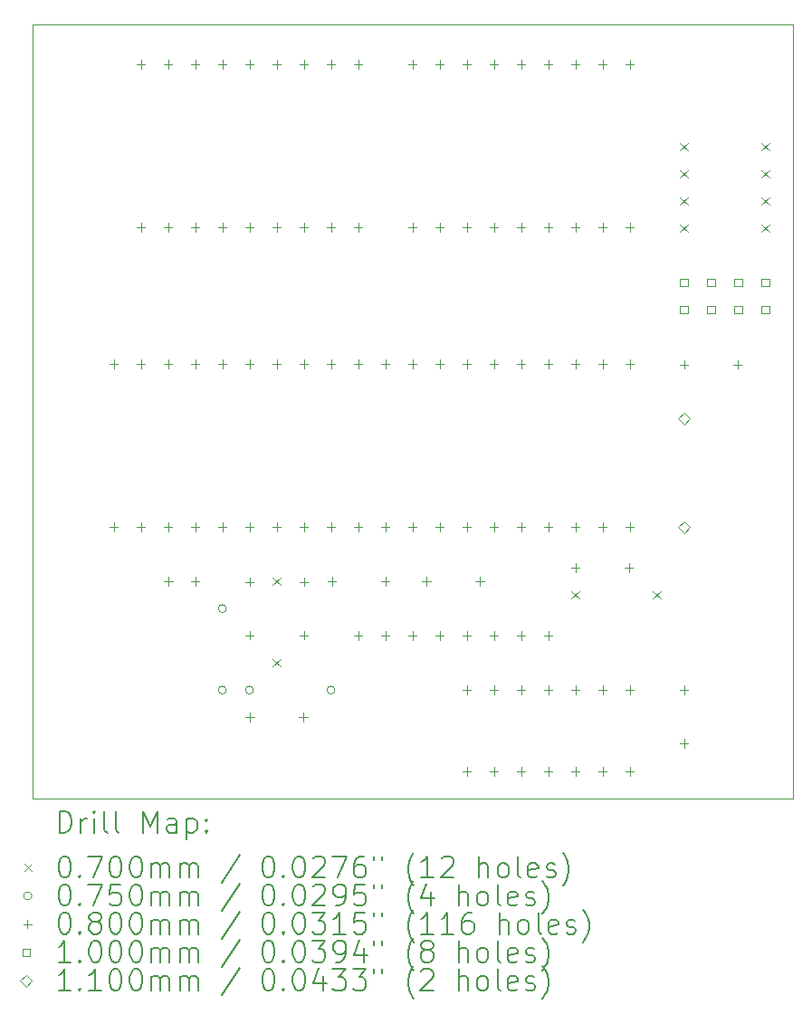
<source format=gbr>
%TF.GenerationSoftware,KiCad,Pcbnew,7.0.8*%
%TF.CreationDate,2023-11-30T19:20:53+00:00*%
%TF.ProjectId,mainboard,6d61696e-626f-4617-9264-2e6b69636164,rev?*%
%TF.SameCoordinates,Original*%
%TF.FileFunction,Drillmap*%
%TF.FilePolarity,Positive*%
%FSLAX45Y45*%
G04 Gerber Fmt 4.5, Leading zero omitted, Abs format (unit mm)*
G04 Created by KiCad (PCBNEW 7.0.8) date 2023-11-30 19:20:53*
%MOMM*%
%LPD*%
G01*
G04 APERTURE LIST*
%ADD10C,0.100000*%
%ADD11C,0.200000*%
%ADD12C,0.070000*%
%ADD13C,0.075000*%
%ADD14C,0.080000*%
%ADD15C,0.110000*%
G04 APERTURE END LIST*
D10*
X10703000Y-5680000D02*
X17815000Y-5680000D01*
X17815000Y-12919000D01*
X10703000Y-12919000D01*
X10703000Y-5680000D01*
D11*
D12*
X12954000Y-10852000D02*
X13024000Y-10922000D01*
X13024000Y-10852000D02*
X12954000Y-10922000D01*
X12954000Y-11614000D02*
X13024000Y-11684000D01*
X13024000Y-11614000D02*
X12954000Y-11684000D01*
X15748000Y-10979000D02*
X15818000Y-11049000D01*
X15818000Y-10979000D02*
X15748000Y-11049000D01*
X16510000Y-10979000D02*
X16580000Y-11049000D01*
X16580000Y-10979000D02*
X16510000Y-11049000D01*
X16764000Y-6788000D02*
X16834000Y-6858000D01*
X16834000Y-6788000D02*
X16764000Y-6858000D01*
X16764000Y-7042000D02*
X16834000Y-7112000D01*
X16834000Y-7042000D02*
X16764000Y-7112000D01*
X16764000Y-7296000D02*
X16834000Y-7366000D01*
X16834000Y-7296000D02*
X16764000Y-7366000D01*
X16764000Y-7550000D02*
X16834000Y-7620000D01*
X16834000Y-7550000D02*
X16764000Y-7620000D01*
X17526000Y-6788000D02*
X17596000Y-6858000D01*
X17596000Y-6788000D02*
X17526000Y-6858000D01*
X17526000Y-7042000D02*
X17596000Y-7112000D01*
X17596000Y-7042000D02*
X17526000Y-7112000D01*
X17526000Y-7296000D02*
X17596000Y-7366000D01*
X17596000Y-7296000D02*
X17526000Y-7366000D01*
X17526000Y-7550000D02*
X17596000Y-7620000D01*
X17596000Y-7550000D02*
X17526000Y-7620000D01*
D13*
X12518500Y-11141000D02*
G75*
G03*
X12518500Y-11141000I-37500J0D01*
G01*
X12518500Y-11903000D02*
G75*
G03*
X12518500Y-11903000I-37500J0D01*
G01*
X12772500Y-11903000D02*
G75*
G03*
X12772500Y-11903000I-37500J0D01*
G01*
X13534500Y-11903000D02*
G75*
G03*
X13534500Y-11903000I-37500J0D01*
G01*
D14*
X11465000Y-8815000D02*
X11465000Y-8895000D01*
X11425000Y-8855000D02*
X11505000Y-8855000D01*
X11465000Y-10339000D02*
X11465000Y-10419000D01*
X11425000Y-10379000D02*
X11505000Y-10379000D01*
X11719000Y-6012750D02*
X11719000Y-6092750D01*
X11679000Y-6052750D02*
X11759000Y-6052750D01*
X11719000Y-7536750D02*
X11719000Y-7616750D01*
X11679000Y-7576750D02*
X11759000Y-7576750D01*
X11719000Y-8815000D02*
X11719000Y-8895000D01*
X11679000Y-8855000D02*
X11759000Y-8855000D01*
X11719000Y-10339000D02*
X11719000Y-10419000D01*
X11679000Y-10379000D02*
X11759000Y-10379000D01*
X11973000Y-6012750D02*
X11973000Y-6092750D01*
X11933000Y-6052750D02*
X12013000Y-6052750D01*
X11973000Y-7536750D02*
X11973000Y-7616750D01*
X11933000Y-7576750D02*
X12013000Y-7576750D01*
X11973000Y-8815000D02*
X11973000Y-8895000D01*
X11933000Y-8855000D02*
X12013000Y-8855000D01*
X11973000Y-10339000D02*
X11973000Y-10419000D01*
X11933000Y-10379000D02*
X12013000Y-10379000D01*
X11977000Y-10847000D02*
X11977000Y-10927000D01*
X11937000Y-10887000D02*
X12017000Y-10887000D01*
X12227000Y-6012750D02*
X12227000Y-6092750D01*
X12187000Y-6052750D02*
X12267000Y-6052750D01*
X12227000Y-7536750D02*
X12227000Y-7616750D01*
X12187000Y-7576750D02*
X12267000Y-7576750D01*
X12227000Y-8815000D02*
X12227000Y-8895000D01*
X12187000Y-8855000D02*
X12267000Y-8855000D01*
X12227000Y-10339000D02*
X12227000Y-10419000D01*
X12187000Y-10379000D02*
X12267000Y-10379000D01*
X12227000Y-10847000D02*
X12227000Y-10927000D01*
X12187000Y-10887000D02*
X12267000Y-10887000D01*
X12481000Y-6012750D02*
X12481000Y-6092750D01*
X12441000Y-6052750D02*
X12521000Y-6052750D01*
X12481000Y-7536750D02*
X12481000Y-7616750D01*
X12441000Y-7576750D02*
X12521000Y-7576750D01*
X12481000Y-8815000D02*
X12481000Y-8895000D01*
X12441000Y-8855000D02*
X12521000Y-8855000D01*
X12481000Y-10339000D02*
X12481000Y-10419000D01*
X12441000Y-10379000D02*
X12521000Y-10379000D01*
X12735000Y-6012750D02*
X12735000Y-6092750D01*
X12695000Y-6052750D02*
X12775000Y-6052750D01*
X12735000Y-7536750D02*
X12735000Y-7616750D01*
X12695000Y-7576750D02*
X12775000Y-7576750D01*
X12735000Y-8815000D02*
X12735000Y-8895000D01*
X12695000Y-8855000D02*
X12775000Y-8855000D01*
X12735000Y-10339000D02*
X12735000Y-10419000D01*
X12695000Y-10379000D02*
X12775000Y-10379000D01*
X12735000Y-10851000D02*
X12735000Y-10931000D01*
X12695000Y-10891000D02*
X12775000Y-10891000D01*
X12735000Y-11351000D02*
X12735000Y-11431000D01*
X12695000Y-11391000D02*
X12775000Y-11391000D01*
X12739000Y-12117000D02*
X12739000Y-12197000D01*
X12699000Y-12157000D02*
X12779000Y-12157000D01*
X12989000Y-6012750D02*
X12989000Y-6092750D01*
X12949000Y-6052750D02*
X13029000Y-6052750D01*
X12989000Y-7536750D02*
X12989000Y-7616750D01*
X12949000Y-7576750D02*
X13029000Y-7576750D01*
X12989000Y-8815000D02*
X12989000Y-8895000D01*
X12949000Y-8855000D02*
X13029000Y-8855000D01*
X12989000Y-10339000D02*
X12989000Y-10419000D01*
X12949000Y-10379000D02*
X13029000Y-10379000D01*
X13239000Y-12117000D02*
X13239000Y-12197000D01*
X13199000Y-12157000D02*
X13279000Y-12157000D01*
X13243000Y-6012750D02*
X13243000Y-6092750D01*
X13203000Y-6052750D02*
X13283000Y-6052750D01*
X13243000Y-7536750D02*
X13243000Y-7616750D01*
X13203000Y-7576750D02*
X13283000Y-7576750D01*
X13243000Y-8815000D02*
X13243000Y-8895000D01*
X13203000Y-8855000D02*
X13283000Y-8855000D01*
X13243000Y-10339000D02*
X13243000Y-10419000D01*
X13203000Y-10379000D02*
X13283000Y-10379000D01*
X13243000Y-10851000D02*
X13243000Y-10931000D01*
X13203000Y-10891000D02*
X13283000Y-10891000D01*
X13243000Y-11351000D02*
X13243000Y-11431000D01*
X13203000Y-11391000D02*
X13283000Y-11391000D01*
X13497000Y-6012750D02*
X13497000Y-6092750D01*
X13457000Y-6052750D02*
X13537000Y-6052750D01*
X13497000Y-7536750D02*
X13497000Y-7616750D01*
X13457000Y-7576750D02*
X13537000Y-7576750D01*
X13497000Y-8815000D02*
X13497000Y-8895000D01*
X13457000Y-8855000D02*
X13537000Y-8855000D01*
X13497000Y-10339000D02*
X13497000Y-10419000D01*
X13457000Y-10379000D02*
X13537000Y-10379000D01*
X13505000Y-10847000D02*
X13505000Y-10927000D01*
X13465000Y-10887000D02*
X13545000Y-10887000D01*
X13751000Y-6012750D02*
X13751000Y-6092750D01*
X13711000Y-6052750D02*
X13791000Y-6052750D01*
X13751000Y-7536750D02*
X13751000Y-7616750D01*
X13711000Y-7576750D02*
X13791000Y-7576750D01*
X13751000Y-8815000D02*
X13751000Y-8895000D01*
X13711000Y-8855000D02*
X13791000Y-8855000D01*
X13751000Y-10339000D02*
X13751000Y-10419000D01*
X13711000Y-10379000D02*
X13791000Y-10379000D01*
X13751000Y-11352500D02*
X13751000Y-11432500D01*
X13711000Y-11392500D02*
X13791000Y-11392500D01*
X14005000Y-8815000D02*
X14005000Y-8895000D01*
X13965000Y-8855000D02*
X14045000Y-8855000D01*
X14005000Y-10339000D02*
X14005000Y-10419000D01*
X13965000Y-10379000D02*
X14045000Y-10379000D01*
X14005000Y-10847000D02*
X14005000Y-10927000D01*
X13965000Y-10887000D02*
X14045000Y-10887000D01*
X14005000Y-11352500D02*
X14005000Y-11432500D01*
X13965000Y-11392500D02*
X14045000Y-11392500D01*
X14259000Y-6012750D02*
X14259000Y-6092750D01*
X14219000Y-6052750D02*
X14299000Y-6052750D01*
X14259000Y-7536750D02*
X14259000Y-7616750D01*
X14219000Y-7576750D02*
X14299000Y-7576750D01*
X14259000Y-8815000D02*
X14259000Y-8895000D01*
X14219000Y-8855000D02*
X14299000Y-8855000D01*
X14259000Y-10339000D02*
X14259000Y-10419000D01*
X14219000Y-10379000D02*
X14299000Y-10379000D01*
X14259000Y-11352500D02*
X14259000Y-11432500D01*
X14219000Y-11392500D02*
X14299000Y-11392500D01*
X14390000Y-10847000D02*
X14390000Y-10927000D01*
X14350000Y-10887000D02*
X14430000Y-10887000D01*
X14513000Y-6012750D02*
X14513000Y-6092750D01*
X14473000Y-6052750D02*
X14553000Y-6052750D01*
X14513000Y-7536750D02*
X14513000Y-7616750D01*
X14473000Y-7576750D02*
X14553000Y-7576750D01*
X14513000Y-8815000D02*
X14513000Y-8895000D01*
X14473000Y-8855000D02*
X14553000Y-8855000D01*
X14513000Y-10339000D02*
X14513000Y-10419000D01*
X14473000Y-10379000D02*
X14553000Y-10379000D01*
X14513000Y-11352500D02*
X14513000Y-11432500D01*
X14473000Y-11392500D02*
X14553000Y-11392500D01*
X14767000Y-6012750D02*
X14767000Y-6092750D01*
X14727000Y-6052750D02*
X14807000Y-6052750D01*
X14767000Y-7536750D02*
X14767000Y-7616750D01*
X14727000Y-7576750D02*
X14807000Y-7576750D01*
X14767000Y-8815000D02*
X14767000Y-8895000D01*
X14727000Y-8855000D02*
X14807000Y-8855000D01*
X14767000Y-10339000D02*
X14767000Y-10419000D01*
X14727000Y-10379000D02*
X14807000Y-10379000D01*
X14767000Y-11352500D02*
X14767000Y-11432500D01*
X14727000Y-11392500D02*
X14807000Y-11392500D01*
X14767000Y-11863000D02*
X14767000Y-11943000D01*
X14727000Y-11903000D02*
X14807000Y-11903000D01*
X14767000Y-12625000D02*
X14767000Y-12705000D01*
X14727000Y-12665000D02*
X14807000Y-12665000D01*
X14890000Y-10847000D02*
X14890000Y-10927000D01*
X14850000Y-10887000D02*
X14930000Y-10887000D01*
X15021000Y-6012750D02*
X15021000Y-6092750D01*
X14981000Y-6052750D02*
X15061000Y-6052750D01*
X15021000Y-7536750D02*
X15021000Y-7616750D01*
X14981000Y-7576750D02*
X15061000Y-7576750D01*
X15021000Y-8815000D02*
X15021000Y-8895000D01*
X14981000Y-8855000D02*
X15061000Y-8855000D01*
X15021000Y-10339000D02*
X15021000Y-10419000D01*
X14981000Y-10379000D02*
X15061000Y-10379000D01*
X15021000Y-11352500D02*
X15021000Y-11432500D01*
X14981000Y-11392500D02*
X15061000Y-11392500D01*
X15021000Y-11863000D02*
X15021000Y-11943000D01*
X14981000Y-11903000D02*
X15061000Y-11903000D01*
X15021000Y-12625000D02*
X15021000Y-12705000D01*
X14981000Y-12665000D02*
X15061000Y-12665000D01*
X15275000Y-6012750D02*
X15275000Y-6092750D01*
X15235000Y-6052750D02*
X15315000Y-6052750D01*
X15275000Y-7536750D02*
X15275000Y-7616750D01*
X15235000Y-7576750D02*
X15315000Y-7576750D01*
X15275000Y-8815000D02*
X15275000Y-8895000D01*
X15235000Y-8855000D02*
X15315000Y-8855000D01*
X15275000Y-10339000D02*
X15275000Y-10419000D01*
X15235000Y-10379000D02*
X15315000Y-10379000D01*
X15275000Y-11352500D02*
X15275000Y-11432500D01*
X15235000Y-11392500D02*
X15315000Y-11392500D01*
X15275000Y-11863000D02*
X15275000Y-11943000D01*
X15235000Y-11903000D02*
X15315000Y-11903000D01*
X15275000Y-12625000D02*
X15275000Y-12705000D01*
X15235000Y-12665000D02*
X15315000Y-12665000D01*
X15529000Y-6012750D02*
X15529000Y-6092750D01*
X15489000Y-6052750D02*
X15569000Y-6052750D01*
X15529000Y-7536750D02*
X15529000Y-7616750D01*
X15489000Y-7576750D02*
X15569000Y-7576750D01*
X15529000Y-8815000D02*
X15529000Y-8895000D01*
X15489000Y-8855000D02*
X15569000Y-8855000D01*
X15529000Y-10339000D02*
X15529000Y-10419000D01*
X15489000Y-10379000D02*
X15569000Y-10379000D01*
X15529000Y-11352500D02*
X15529000Y-11432500D01*
X15489000Y-11392500D02*
X15569000Y-11392500D01*
X15529000Y-11863000D02*
X15529000Y-11943000D01*
X15489000Y-11903000D02*
X15569000Y-11903000D01*
X15529000Y-12625000D02*
X15529000Y-12705000D01*
X15489000Y-12665000D02*
X15569000Y-12665000D01*
X15783000Y-6012750D02*
X15783000Y-6092750D01*
X15743000Y-6052750D02*
X15823000Y-6052750D01*
X15783000Y-7536750D02*
X15783000Y-7616750D01*
X15743000Y-7576750D02*
X15823000Y-7576750D01*
X15783000Y-8815000D02*
X15783000Y-8895000D01*
X15743000Y-8855000D02*
X15823000Y-8855000D01*
X15783000Y-10339000D02*
X15783000Y-10419000D01*
X15743000Y-10379000D02*
X15823000Y-10379000D01*
X15783000Y-10720000D02*
X15783000Y-10800000D01*
X15743000Y-10760000D02*
X15823000Y-10760000D01*
X15783000Y-11863000D02*
X15783000Y-11943000D01*
X15743000Y-11903000D02*
X15823000Y-11903000D01*
X15783000Y-12625000D02*
X15783000Y-12705000D01*
X15743000Y-12665000D02*
X15823000Y-12665000D01*
X16037000Y-6012750D02*
X16037000Y-6092750D01*
X15997000Y-6052750D02*
X16077000Y-6052750D01*
X16037000Y-7536750D02*
X16037000Y-7616750D01*
X15997000Y-7576750D02*
X16077000Y-7576750D01*
X16037000Y-8815000D02*
X16037000Y-8895000D01*
X15997000Y-8855000D02*
X16077000Y-8855000D01*
X16037000Y-10339000D02*
X16037000Y-10419000D01*
X15997000Y-10379000D02*
X16077000Y-10379000D01*
X16037000Y-11863000D02*
X16037000Y-11943000D01*
X15997000Y-11903000D02*
X16077000Y-11903000D01*
X16037000Y-12625000D02*
X16037000Y-12705000D01*
X15997000Y-12665000D02*
X16077000Y-12665000D01*
X16283000Y-10720000D02*
X16283000Y-10800000D01*
X16243000Y-10760000D02*
X16323000Y-10760000D01*
X16291000Y-6012750D02*
X16291000Y-6092750D01*
X16251000Y-6052750D02*
X16331000Y-6052750D01*
X16291000Y-7536750D02*
X16291000Y-7616750D01*
X16251000Y-7576750D02*
X16331000Y-7576750D01*
X16291000Y-8815000D02*
X16291000Y-8895000D01*
X16251000Y-8855000D02*
X16331000Y-8855000D01*
X16291000Y-10339000D02*
X16291000Y-10419000D01*
X16251000Y-10379000D02*
X16331000Y-10379000D01*
X16291000Y-11863000D02*
X16291000Y-11943000D01*
X16251000Y-11903000D02*
X16331000Y-11903000D01*
X16291000Y-12625000D02*
X16291000Y-12705000D01*
X16251000Y-12665000D02*
X16331000Y-12665000D01*
X16799000Y-8819000D02*
X16799000Y-8899000D01*
X16759000Y-8859000D02*
X16839000Y-8859000D01*
X16799000Y-11863000D02*
X16799000Y-11943000D01*
X16759000Y-11903000D02*
X16839000Y-11903000D01*
X16799000Y-12363000D02*
X16799000Y-12443000D01*
X16759000Y-12403000D02*
X16839000Y-12403000D01*
X17299000Y-8819000D02*
X17299000Y-8899000D01*
X17259000Y-8859000D02*
X17339000Y-8859000D01*
D10*
X16834356Y-8128356D02*
X16834356Y-8057644D01*
X16763644Y-8057644D01*
X16763644Y-8128356D01*
X16834356Y-8128356D01*
X16834356Y-8382356D02*
X16834356Y-8311644D01*
X16763644Y-8311644D01*
X16763644Y-8382356D01*
X16834356Y-8382356D01*
X17088356Y-8128356D02*
X17088356Y-8057644D01*
X17017644Y-8057644D01*
X17017644Y-8128356D01*
X17088356Y-8128356D01*
X17088356Y-8382356D02*
X17088356Y-8311644D01*
X17017644Y-8311644D01*
X17017644Y-8382356D01*
X17088356Y-8382356D01*
X17342356Y-8128356D02*
X17342356Y-8057644D01*
X17271644Y-8057644D01*
X17271644Y-8128356D01*
X17342356Y-8128356D01*
X17342356Y-8382356D02*
X17342356Y-8311644D01*
X17271644Y-8311644D01*
X17271644Y-8382356D01*
X17342356Y-8382356D01*
X17596356Y-8128356D02*
X17596356Y-8057644D01*
X17525644Y-8057644D01*
X17525644Y-8128356D01*
X17596356Y-8128356D01*
X17596356Y-8382356D02*
X17596356Y-8311644D01*
X17525644Y-8311644D01*
X17525644Y-8382356D01*
X17596356Y-8382356D01*
D15*
X16799000Y-9418000D02*
X16854000Y-9363000D01*
X16799000Y-9308000D01*
X16744000Y-9363000D01*
X16799000Y-9418000D01*
X16799000Y-10434000D02*
X16854000Y-10379000D01*
X16799000Y-10324000D01*
X16744000Y-10379000D01*
X16799000Y-10434000D01*
D11*
X10958777Y-13235484D02*
X10958777Y-13035484D01*
X10958777Y-13035484D02*
X11006396Y-13035484D01*
X11006396Y-13035484D02*
X11034967Y-13045008D01*
X11034967Y-13045008D02*
X11054015Y-13064055D01*
X11054015Y-13064055D02*
X11063539Y-13083103D01*
X11063539Y-13083103D02*
X11073063Y-13121198D01*
X11073063Y-13121198D02*
X11073063Y-13149769D01*
X11073063Y-13149769D02*
X11063539Y-13187865D01*
X11063539Y-13187865D02*
X11054015Y-13206912D01*
X11054015Y-13206912D02*
X11034967Y-13225960D01*
X11034967Y-13225960D02*
X11006396Y-13235484D01*
X11006396Y-13235484D02*
X10958777Y-13235484D01*
X11158777Y-13235484D02*
X11158777Y-13102150D01*
X11158777Y-13140246D02*
X11168301Y-13121198D01*
X11168301Y-13121198D02*
X11177824Y-13111674D01*
X11177824Y-13111674D02*
X11196872Y-13102150D01*
X11196872Y-13102150D02*
X11215920Y-13102150D01*
X11282586Y-13235484D02*
X11282586Y-13102150D01*
X11282586Y-13035484D02*
X11273062Y-13045008D01*
X11273062Y-13045008D02*
X11282586Y-13054531D01*
X11282586Y-13054531D02*
X11292110Y-13045008D01*
X11292110Y-13045008D02*
X11282586Y-13035484D01*
X11282586Y-13035484D02*
X11282586Y-13054531D01*
X11406396Y-13235484D02*
X11387348Y-13225960D01*
X11387348Y-13225960D02*
X11377824Y-13206912D01*
X11377824Y-13206912D02*
X11377824Y-13035484D01*
X11511158Y-13235484D02*
X11492110Y-13225960D01*
X11492110Y-13225960D02*
X11482586Y-13206912D01*
X11482586Y-13206912D02*
X11482586Y-13035484D01*
X11739729Y-13235484D02*
X11739729Y-13035484D01*
X11739729Y-13035484D02*
X11806396Y-13178341D01*
X11806396Y-13178341D02*
X11873062Y-13035484D01*
X11873062Y-13035484D02*
X11873062Y-13235484D01*
X12054015Y-13235484D02*
X12054015Y-13130722D01*
X12054015Y-13130722D02*
X12044491Y-13111674D01*
X12044491Y-13111674D02*
X12025443Y-13102150D01*
X12025443Y-13102150D02*
X11987348Y-13102150D01*
X11987348Y-13102150D02*
X11968301Y-13111674D01*
X12054015Y-13225960D02*
X12034967Y-13235484D01*
X12034967Y-13235484D02*
X11987348Y-13235484D01*
X11987348Y-13235484D02*
X11968301Y-13225960D01*
X11968301Y-13225960D02*
X11958777Y-13206912D01*
X11958777Y-13206912D02*
X11958777Y-13187865D01*
X11958777Y-13187865D02*
X11968301Y-13168817D01*
X11968301Y-13168817D02*
X11987348Y-13159293D01*
X11987348Y-13159293D02*
X12034967Y-13159293D01*
X12034967Y-13159293D02*
X12054015Y-13149769D01*
X12149253Y-13102150D02*
X12149253Y-13302150D01*
X12149253Y-13111674D02*
X12168301Y-13102150D01*
X12168301Y-13102150D02*
X12206396Y-13102150D01*
X12206396Y-13102150D02*
X12225443Y-13111674D01*
X12225443Y-13111674D02*
X12234967Y-13121198D01*
X12234967Y-13121198D02*
X12244491Y-13140246D01*
X12244491Y-13140246D02*
X12244491Y-13197388D01*
X12244491Y-13197388D02*
X12234967Y-13216436D01*
X12234967Y-13216436D02*
X12225443Y-13225960D01*
X12225443Y-13225960D02*
X12206396Y-13235484D01*
X12206396Y-13235484D02*
X12168301Y-13235484D01*
X12168301Y-13235484D02*
X12149253Y-13225960D01*
X12330205Y-13216436D02*
X12339729Y-13225960D01*
X12339729Y-13225960D02*
X12330205Y-13235484D01*
X12330205Y-13235484D02*
X12320682Y-13225960D01*
X12320682Y-13225960D02*
X12330205Y-13216436D01*
X12330205Y-13216436D02*
X12330205Y-13235484D01*
X12330205Y-13111674D02*
X12339729Y-13121198D01*
X12339729Y-13121198D02*
X12330205Y-13130722D01*
X12330205Y-13130722D02*
X12320682Y-13121198D01*
X12320682Y-13121198D02*
X12330205Y-13111674D01*
X12330205Y-13111674D02*
X12330205Y-13130722D01*
D12*
X10628000Y-13529000D02*
X10698000Y-13599000D01*
X10698000Y-13529000D02*
X10628000Y-13599000D01*
D11*
X10996872Y-13455484D02*
X11015920Y-13455484D01*
X11015920Y-13455484D02*
X11034967Y-13465008D01*
X11034967Y-13465008D02*
X11044491Y-13474531D01*
X11044491Y-13474531D02*
X11054015Y-13493579D01*
X11054015Y-13493579D02*
X11063539Y-13531674D01*
X11063539Y-13531674D02*
X11063539Y-13579293D01*
X11063539Y-13579293D02*
X11054015Y-13617388D01*
X11054015Y-13617388D02*
X11044491Y-13636436D01*
X11044491Y-13636436D02*
X11034967Y-13645960D01*
X11034967Y-13645960D02*
X11015920Y-13655484D01*
X11015920Y-13655484D02*
X10996872Y-13655484D01*
X10996872Y-13655484D02*
X10977824Y-13645960D01*
X10977824Y-13645960D02*
X10968301Y-13636436D01*
X10968301Y-13636436D02*
X10958777Y-13617388D01*
X10958777Y-13617388D02*
X10949253Y-13579293D01*
X10949253Y-13579293D02*
X10949253Y-13531674D01*
X10949253Y-13531674D02*
X10958777Y-13493579D01*
X10958777Y-13493579D02*
X10968301Y-13474531D01*
X10968301Y-13474531D02*
X10977824Y-13465008D01*
X10977824Y-13465008D02*
X10996872Y-13455484D01*
X11149253Y-13636436D02*
X11158777Y-13645960D01*
X11158777Y-13645960D02*
X11149253Y-13655484D01*
X11149253Y-13655484D02*
X11139729Y-13645960D01*
X11139729Y-13645960D02*
X11149253Y-13636436D01*
X11149253Y-13636436D02*
X11149253Y-13655484D01*
X11225443Y-13455484D02*
X11358777Y-13455484D01*
X11358777Y-13455484D02*
X11273062Y-13655484D01*
X11473062Y-13455484D02*
X11492110Y-13455484D01*
X11492110Y-13455484D02*
X11511158Y-13465008D01*
X11511158Y-13465008D02*
X11520682Y-13474531D01*
X11520682Y-13474531D02*
X11530205Y-13493579D01*
X11530205Y-13493579D02*
X11539729Y-13531674D01*
X11539729Y-13531674D02*
X11539729Y-13579293D01*
X11539729Y-13579293D02*
X11530205Y-13617388D01*
X11530205Y-13617388D02*
X11520682Y-13636436D01*
X11520682Y-13636436D02*
X11511158Y-13645960D01*
X11511158Y-13645960D02*
X11492110Y-13655484D01*
X11492110Y-13655484D02*
X11473062Y-13655484D01*
X11473062Y-13655484D02*
X11454015Y-13645960D01*
X11454015Y-13645960D02*
X11444491Y-13636436D01*
X11444491Y-13636436D02*
X11434967Y-13617388D01*
X11434967Y-13617388D02*
X11425443Y-13579293D01*
X11425443Y-13579293D02*
X11425443Y-13531674D01*
X11425443Y-13531674D02*
X11434967Y-13493579D01*
X11434967Y-13493579D02*
X11444491Y-13474531D01*
X11444491Y-13474531D02*
X11454015Y-13465008D01*
X11454015Y-13465008D02*
X11473062Y-13455484D01*
X11663539Y-13455484D02*
X11682586Y-13455484D01*
X11682586Y-13455484D02*
X11701634Y-13465008D01*
X11701634Y-13465008D02*
X11711158Y-13474531D01*
X11711158Y-13474531D02*
X11720682Y-13493579D01*
X11720682Y-13493579D02*
X11730205Y-13531674D01*
X11730205Y-13531674D02*
X11730205Y-13579293D01*
X11730205Y-13579293D02*
X11720682Y-13617388D01*
X11720682Y-13617388D02*
X11711158Y-13636436D01*
X11711158Y-13636436D02*
X11701634Y-13645960D01*
X11701634Y-13645960D02*
X11682586Y-13655484D01*
X11682586Y-13655484D02*
X11663539Y-13655484D01*
X11663539Y-13655484D02*
X11644491Y-13645960D01*
X11644491Y-13645960D02*
X11634967Y-13636436D01*
X11634967Y-13636436D02*
X11625443Y-13617388D01*
X11625443Y-13617388D02*
X11615920Y-13579293D01*
X11615920Y-13579293D02*
X11615920Y-13531674D01*
X11615920Y-13531674D02*
X11625443Y-13493579D01*
X11625443Y-13493579D02*
X11634967Y-13474531D01*
X11634967Y-13474531D02*
X11644491Y-13465008D01*
X11644491Y-13465008D02*
X11663539Y-13455484D01*
X11815920Y-13655484D02*
X11815920Y-13522150D01*
X11815920Y-13541198D02*
X11825443Y-13531674D01*
X11825443Y-13531674D02*
X11844491Y-13522150D01*
X11844491Y-13522150D02*
X11873063Y-13522150D01*
X11873063Y-13522150D02*
X11892110Y-13531674D01*
X11892110Y-13531674D02*
X11901634Y-13550722D01*
X11901634Y-13550722D02*
X11901634Y-13655484D01*
X11901634Y-13550722D02*
X11911158Y-13531674D01*
X11911158Y-13531674D02*
X11930205Y-13522150D01*
X11930205Y-13522150D02*
X11958777Y-13522150D01*
X11958777Y-13522150D02*
X11977824Y-13531674D01*
X11977824Y-13531674D02*
X11987348Y-13550722D01*
X11987348Y-13550722D02*
X11987348Y-13655484D01*
X12082586Y-13655484D02*
X12082586Y-13522150D01*
X12082586Y-13541198D02*
X12092110Y-13531674D01*
X12092110Y-13531674D02*
X12111158Y-13522150D01*
X12111158Y-13522150D02*
X12139729Y-13522150D01*
X12139729Y-13522150D02*
X12158777Y-13531674D01*
X12158777Y-13531674D02*
X12168301Y-13550722D01*
X12168301Y-13550722D02*
X12168301Y-13655484D01*
X12168301Y-13550722D02*
X12177824Y-13531674D01*
X12177824Y-13531674D02*
X12196872Y-13522150D01*
X12196872Y-13522150D02*
X12225443Y-13522150D01*
X12225443Y-13522150D02*
X12244491Y-13531674D01*
X12244491Y-13531674D02*
X12254015Y-13550722D01*
X12254015Y-13550722D02*
X12254015Y-13655484D01*
X12644491Y-13445960D02*
X12473063Y-13703103D01*
X12901634Y-13455484D02*
X12920682Y-13455484D01*
X12920682Y-13455484D02*
X12939729Y-13465008D01*
X12939729Y-13465008D02*
X12949253Y-13474531D01*
X12949253Y-13474531D02*
X12958777Y-13493579D01*
X12958777Y-13493579D02*
X12968301Y-13531674D01*
X12968301Y-13531674D02*
X12968301Y-13579293D01*
X12968301Y-13579293D02*
X12958777Y-13617388D01*
X12958777Y-13617388D02*
X12949253Y-13636436D01*
X12949253Y-13636436D02*
X12939729Y-13645960D01*
X12939729Y-13645960D02*
X12920682Y-13655484D01*
X12920682Y-13655484D02*
X12901634Y-13655484D01*
X12901634Y-13655484D02*
X12882586Y-13645960D01*
X12882586Y-13645960D02*
X12873063Y-13636436D01*
X12873063Y-13636436D02*
X12863539Y-13617388D01*
X12863539Y-13617388D02*
X12854015Y-13579293D01*
X12854015Y-13579293D02*
X12854015Y-13531674D01*
X12854015Y-13531674D02*
X12863539Y-13493579D01*
X12863539Y-13493579D02*
X12873063Y-13474531D01*
X12873063Y-13474531D02*
X12882586Y-13465008D01*
X12882586Y-13465008D02*
X12901634Y-13455484D01*
X13054015Y-13636436D02*
X13063539Y-13645960D01*
X13063539Y-13645960D02*
X13054015Y-13655484D01*
X13054015Y-13655484D02*
X13044491Y-13645960D01*
X13044491Y-13645960D02*
X13054015Y-13636436D01*
X13054015Y-13636436D02*
X13054015Y-13655484D01*
X13187348Y-13455484D02*
X13206396Y-13455484D01*
X13206396Y-13455484D02*
X13225444Y-13465008D01*
X13225444Y-13465008D02*
X13234967Y-13474531D01*
X13234967Y-13474531D02*
X13244491Y-13493579D01*
X13244491Y-13493579D02*
X13254015Y-13531674D01*
X13254015Y-13531674D02*
X13254015Y-13579293D01*
X13254015Y-13579293D02*
X13244491Y-13617388D01*
X13244491Y-13617388D02*
X13234967Y-13636436D01*
X13234967Y-13636436D02*
X13225444Y-13645960D01*
X13225444Y-13645960D02*
X13206396Y-13655484D01*
X13206396Y-13655484D02*
X13187348Y-13655484D01*
X13187348Y-13655484D02*
X13168301Y-13645960D01*
X13168301Y-13645960D02*
X13158777Y-13636436D01*
X13158777Y-13636436D02*
X13149253Y-13617388D01*
X13149253Y-13617388D02*
X13139729Y-13579293D01*
X13139729Y-13579293D02*
X13139729Y-13531674D01*
X13139729Y-13531674D02*
X13149253Y-13493579D01*
X13149253Y-13493579D02*
X13158777Y-13474531D01*
X13158777Y-13474531D02*
X13168301Y-13465008D01*
X13168301Y-13465008D02*
X13187348Y-13455484D01*
X13330206Y-13474531D02*
X13339729Y-13465008D01*
X13339729Y-13465008D02*
X13358777Y-13455484D01*
X13358777Y-13455484D02*
X13406396Y-13455484D01*
X13406396Y-13455484D02*
X13425444Y-13465008D01*
X13425444Y-13465008D02*
X13434967Y-13474531D01*
X13434967Y-13474531D02*
X13444491Y-13493579D01*
X13444491Y-13493579D02*
X13444491Y-13512627D01*
X13444491Y-13512627D02*
X13434967Y-13541198D01*
X13434967Y-13541198D02*
X13320682Y-13655484D01*
X13320682Y-13655484D02*
X13444491Y-13655484D01*
X13511158Y-13455484D02*
X13644491Y-13455484D01*
X13644491Y-13455484D02*
X13558777Y-13655484D01*
X13806396Y-13455484D02*
X13768301Y-13455484D01*
X13768301Y-13455484D02*
X13749253Y-13465008D01*
X13749253Y-13465008D02*
X13739729Y-13474531D01*
X13739729Y-13474531D02*
X13720682Y-13503103D01*
X13720682Y-13503103D02*
X13711158Y-13541198D01*
X13711158Y-13541198D02*
X13711158Y-13617388D01*
X13711158Y-13617388D02*
X13720682Y-13636436D01*
X13720682Y-13636436D02*
X13730206Y-13645960D01*
X13730206Y-13645960D02*
X13749253Y-13655484D01*
X13749253Y-13655484D02*
X13787348Y-13655484D01*
X13787348Y-13655484D02*
X13806396Y-13645960D01*
X13806396Y-13645960D02*
X13815920Y-13636436D01*
X13815920Y-13636436D02*
X13825444Y-13617388D01*
X13825444Y-13617388D02*
X13825444Y-13569769D01*
X13825444Y-13569769D02*
X13815920Y-13550722D01*
X13815920Y-13550722D02*
X13806396Y-13541198D01*
X13806396Y-13541198D02*
X13787348Y-13531674D01*
X13787348Y-13531674D02*
X13749253Y-13531674D01*
X13749253Y-13531674D02*
X13730206Y-13541198D01*
X13730206Y-13541198D02*
X13720682Y-13550722D01*
X13720682Y-13550722D02*
X13711158Y-13569769D01*
X13901634Y-13455484D02*
X13901634Y-13493579D01*
X13977825Y-13455484D02*
X13977825Y-13493579D01*
X14273063Y-13731674D02*
X14263539Y-13722150D01*
X14263539Y-13722150D02*
X14244491Y-13693579D01*
X14244491Y-13693579D02*
X14234968Y-13674531D01*
X14234968Y-13674531D02*
X14225444Y-13645960D01*
X14225444Y-13645960D02*
X14215920Y-13598341D01*
X14215920Y-13598341D02*
X14215920Y-13560246D01*
X14215920Y-13560246D02*
X14225444Y-13512627D01*
X14225444Y-13512627D02*
X14234968Y-13484055D01*
X14234968Y-13484055D02*
X14244491Y-13465008D01*
X14244491Y-13465008D02*
X14263539Y-13436436D01*
X14263539Y-13436436D02*
X14273063Y-13426912D01*
X14454015Y-13655484D02*
X14339729Y-13655484D01*
X14396872Y-13655484D02*
X14396872Y-13455484D01*
X14396872Y-13455484D02*
X14377825Y-13484055D01*
X14377825Y-13484055D02*
X14358777Y-13503103D01*
X14358777Y-13503103D02*
X14339729Y-13512627D01*
X14530206Y-13474531D02*
X14539729Y-13465008D01*
X14539729Y-13465008D02*
X14558777Y-13455484D01*
X14558777Y-13455484D02*
X14606396Y-13455484D01*
X14606396Y-13455484D02*
X14625444Y-13465008D01*
X14625444Y-13465008D02*
X14634968Y-13474531D01*
X14634968Y-13474531D02*
X14644491Y-13493579D01*
X14644491Y-13493579D02*
X14644491Y-13512627D01*
X14644491Y-13512627D02*
X14634968Y-13541198D01*
X14634968Y-13541198D02*
X14520682Y-13655484D01*
X14520682Y-13655484D02*
X14644491Y-13655484D01*
X14882587Y-13655484D02*
X14882587Y-13455484D01*
X14968301Y-13655484D02*
X14968301Y-13550722D01*
X14968301Y-13550722D02*
X14958777Y-13531674D01*
X14958777Y-13531674D02*
X14939730Y-13522150D01*
X14939730Y-13522150D02*
X14911158Y-13522150D01*
X14911158Y-13522150D02*
X14892110Y-13531674D01*
X14892110Y-13531674D02*
X14882587Y-13541198D01*
X15092110Y-13655484D02*
X15073063Y-13645960D01*
X15073063Y-13645960D02*
X15063539Y-13636436D01*
X15063539Y-13636436D02*
X15054015Y-13617388D01*
X15054015Y-13617388D02*
X15054015Y-13560246D01*
X15054015Y-13560246D02*
X15063539Y-13541198D01*
X15063539Y-13541198D02*
X15073063Y-13531674D01*
X15073063Y-13531674D02*
X15092110Y-13522150D01*
X15092110Y-13522150D02*
X15120682Y-13522150D01*
X15120682Y-13522150D02*
X15139730Y-13531674D01*
X15139730Y-13531674D02*
X15149253Y-13541198D01*
X15149253Y-13541198D02*
X15158777Y-13560246D01*
X15158777Y-13560246D02*
X15158777Y-13617388D01*
X15158777Y-13617388D02*
X15149253Y-13636436D01*
X15149253Y-13636436D02*
X15139730Y-13645960D01*
X15139730Y-13645960D02*
X15120682Y-13655484D01*
X15120682Y-13655484D02*
X15092110Y-13655484D01*
X15273063Y-13655484D02*
X15254015Y-13645960D01*
X15254015Y-13645960D02*
X15244491Y-13626912D01*
X15244491Y-13626912D02*
X15244491Y-13455484D01*
X15425444Y-13645960D02*
X15406396Y-13655484D01*
X15406396Y-13655484D02*
X15368301Y-13655484D01*
X15368301Y-13655484D02*
X15349253Y-13645960D01*
X15349253Y-13645960D02*
X15339730Y-13626912D01*
X15339730Y-13626912D02*
X15339730Y-13550722D01*
X15339730Y-13550722D02*
X15349253Y-13531674D01*
X15349253Y-13531674D02*
X15368301Y-13522150D01*
X15368301Y-13522150D02*
X15406396Y-13522150D01*
X15406396Y-13522150D02*
X15425444Y-13531674D01*
X15425444Y-13531674D02*
X15434968Y-13550722D01*
X15434968Y-13550722D02*
X15434968Y-13569769D01*
X15434968Y-13569769D02*
X15339730Y-13588817D01*
X15511158Y-13645960D02*
X15530206Y-13655484D01*
X15530206Y-13655484D02*
X15568301Y-13655484D01*
X15568301Y-13655484D02*
X15587349Y-13645960D01*
X15587349Y-13645960D02*
X15596872Y-13626912D01*
X15596872Y-13626912D02*
X15596872Y-13617388D01*
X15596872Y-13617388D02*
X15587349Y-13598341D01*
X15587349Y-13598341D02*
X15568301Y-13588817D01*
X15568301Y-13588817D02*
X15539730Y-13588817D01*
X15539730Y-13588817D02*
X15520682Y-13579293D01*
X15520682Y-13579293D02*
X15511158Y-13560246D01*
X15511158Y-13560246D02*
X15511158Y-13550722D01*
X15511158Y-13550722D02*
X15520682Y-13531674D01*
X15520682Y-13531674D02*
X15539730Y-13522150D01*
X15539730Y-13522150D02*
X15568301Y-13522150D01*
X15568301Y-13522150D02*
X15587349Y-13531674D01*
X15663539Y-13731674D02*
X15673063Y-13722150D01*
X15673063Y-13722150D02*
X15692111Y-13693579D01*
X15692111Y-13693579D02*
X15701634Y-13674531D01*
X15701634Y-13674531D02*
X15711158Y-13645960D01*
X15711158Y-13645960D02*
X15720682Y-13598341D01*
X15720682Y-13598341D02*
X15720682Y-13560246D01*
X15720682Y-13560246D02*
X15711158Y-13512627D01*
X15711158Y-13512627D02*
X15701634Y-13484055D01*
X15701634Y-13484055D02*
X15692111Y-13465008D01*
X15692111Y-13465008D02*
X15673063Y-13436436D01*
X15673063Y-13436436D02*
X15663539Y-13426912D01*
D13*
X10698000Y-13828000D02*
G75*
G03*
X10698000Y-13828000I-37500J0D01*
G01*
D11*
X10996872Y-13719484D02*
X11015920Y-13719484D01*
X11015920Y-13719484D02*
X11034967Y-13729008D01*
X11034967Y-13729008D02*
X11044491Y-13738531D01*
X11044491Y-13738531D02*
X11054015Y-13757579D01*
X11054015Y-13757579D02*
X11063539Y-13795674D01*
X11063539Y-13795674D02*
X11063539Y-13843293D01*
X11063539Y-13843293D02*
X11054015Y-13881388D01*
X11054015Y-13881388D02*
X11044491Y-13900436D01*
X11044491Y-13900436D02*
X11034967Y-13909960D01*
X11034967Y-13909960D02*
X11015920Y-13919484D01*
X11015920Y-13919484D02*
X10996872Y-13919484D01*
X10996872Y-13919484D02*
X10977824Y-13909960D01*
X10977824Y-13909960D02*
X10968301Y-13900436D01*
X10968301Y-13900436D02*
X10958777Y-13881388D01*
X10958777Y-13881388D02*
X10949253Y-13843293D01*
X10949253Y-13843293D02*
X10949253Y-13795674D01*
X10949253Y-13795674D02*
X10958777Y-13757579D01*
X10958777Y-13757579D02*
X10968301Y-13738531D01*
X10968301Y-13738531D02*
X10977824Y-13729008D01*
X10977824Y-13729008D02*
X10996872Y-13719484D01*
X11149253Y-13900436D02*
X11158777Y-13909960D01*
X11158777Y-13909960D02*
X11149253Y-13919484D01*
X11149253Y-13919484D02*
X11139729Y-13909960D01*
X11139729Y-13909960D02*
X11149253Y-13900436D01*
X11149253Y-13900436D02*
X11149253Y-13919484D01*
X11225443Y-13719484D02*
X11358777Y-13719484D01*
X11358777Y-13719484D02*
X11273062Y-13919484D01*
X11530205Y-13719484D02*
X11434967Y-13719484D01*
X11434967Y-13719484D02*
X11425443Y-13814722D01*
X11425443Y-13814722D02*
X11434967Y-13805198D01*
X11434967Y-13805198D02*
X11454015Y-13795674D01*
X11454015Y-13795674D02*
X11501634Y-13795674D01*
X11501634Y-13795674D02*
X11520682Y-13805198D01*
X11520682Y-13805198D02*
X11530205Y-13814722D01*
X11530205Y-13814722D02*
X11539729Y-13833769D01*
X11539729Y-13833769D02*
X11539729Y-13881388D01*
X11539729Y-13881388D02*
X11530205Y-13900436D01*
X11530205Y-13900436D02*
X11520682Y-13909960D01*
X11520682Y-13909960D02*
X11501634Y-13919484D01*
X11501634Y-13919484D02*
X11454015Y-13919484D01*
X11454015Y-13919484D02*
X11434967Y-13909960D01*
X11434967Y-13909960D02*
X11425443Y-13900436D01*
X11663539Y-13719484D02*
X11682586Y-13719484D01*
X11682586Y-13719484D02*
X11701634Y-13729008D01*
X11701634Y-13729008D02*
X11711158Y-13738531D01*
X11711158Y-13738531D02*
X11720682Y-13757579D01*
X11720682Y-13757579D02*
X11730205Y-13795674D01*
X11730205Y-13795674D02*
X11730205Y-13843293D01*
X11730205Y-13843293D02*
X11720682Y-13881388D01*
X11720682Y-13881388D02*
X11711158Y-13900436D01*
X11711158Y-13900436D02*
X11701634Y-13909960D01*
X11701634Y-13909960D02*
X11682586Y-13919484D01*
X11682586Y-13919484D02*
X11663539Y-13919484D01*
X11663539Y-13919484D02*
X11644491Y-13909960D01*
X11644491Y-13909960D02*
X11634967Y-13900436D01*
X11634967Y-13900436D02*
X11625443Y-13881388D01*
X11625443Y-13881388D02*
X11615920Y-13843293D01*
X11615920Y-13843293D02*
X11615920Y-13795674D01*
X11615920Y-13795674D02*
X11625443Y-13757579D01*
X11625443Y-13757579D02*
X11634967Y-13738531D01*
X11634967Y-13738531D02*
X11644491Y-13729008D01*
X11644491Y-13729008D02*
X11663539Y-13719484D01*
X11815920Y-13919484D02*
X11815920Y-13786150D01*
X11815920Y-13805198D02*
X11825443Y-13795674D01*
X11825443Y-13795674D02*
X11844491Y-13786150D01*
X11844491Y-13786150D02*
X11873063Y-13786150D01*
X11873063Y-13786150D02*
X11892110Y-13795674D01*
X11892110Y-13795674D02*
X11901634Y-13814722D01*
X11901634Y-13814722D02*
X11901634Y-13919484D01*
X11901634Y-13814722D02*
X11911158Y-13795674D01*
X11911158Y-13795674D02*
X11930205Y-13786150D01*
X11930205Y-13786150D02*
X11958777Y-13786150D01*
X11958777Y-13786150D02*
X11977824Y-13795674D01*
X11977824Y-13795674D02*
X11987348Y-13814722D01*
X11987348Y-13814722D02*
X11987348Y-13919484D01*
X12082586Y-13919484D02*
X12082586Y-13786150D01*
X12082586Y-13805198D02*
X12092110Y-13795674D01*
X12092110Y-13795674D02*
X12111158Y-13786150D01*
X12111158Y-13786150D02*
X12139729Y-13786150D01*
X12139729Y-13786150D02*
X12158777Y-13795674D01*
X12158777Y-13795674D02*
X12168301Y-13814722D01*
X12168301Y-13814722D02*
X12168301Y-13919484D01*
X12168301Y-13814722D02*
X12177824Y-13795674D01*
X12177824Y-13795674D02*
X12196872Y-13786150D01*
X12196872Y-13786150D02*
X12225443Y-13786150D01*
X12225443Y-13786150D02*
X12244491Y-13795674D01*
X12244491Y-13795674D02*
X12254015Y-13814722D01*
X12254015Y-13814722D02*
X12254015Y-13919484D01*
X12644491Y-13709960D02*
X12473063Y-13967103D01*
X12901634Y-13719484D02*
X12920682Y-13719484D01*
X12920682Y-13719484D02*
X12939729Y-13729008D01*
X12939729Y-13729008D02*
X12949253Y-13738531D01*
X12949253Y-13738531D02*
X12958777Y-13757579D01*
X12958777Y-13757579D02*
X12968301Y-13795674D01*
X12968301Y-13795674D02*
X12968301Y-13843293D01*
X12968301Y-13843293D02*
X12958777Y-13881388D01*
X12958777Y-13881388D02*
X12949253Y-13900436D01*
X12949253Y-13900436D02*
X12939729Y-13909960D01*
X12939729Y-13909960D02*
X12920682Y-13919484D01*
X12920682Y-13919484D02*
X12901634Y-13919484D01*
X12901634Y-13919484D02*
X12882586Y-13909960D01*
X12882586Y-13909960D02*
X12873063Y-13900436D01*
X12873063Y-13900436D02*
X12863539Y-13881388D01*
X12863539Y-13881388D02*
X12854015Y-13843293D01*
X12854015Y-13843293D02*
X12854015Y-13795674D01*
X12854015Y-13795674D02*
X12863539Y-13757579D01*
X12863539Y-13757579D02*
X12873063Y-13738531D01*
X12873063Y-13738531D02*
X12882586Y-13729008D01*
X12882586Y-13729008D02*
X12901634Y-13719484D01*
X13054015Y-13900436D02*
X13063539Y-13909960D01*
X13063539Y-13909960D02*
X13054015Y-13919484D01*
X13054015Y-13919484D02*
X13044491Y-13909960D01*
X13044491Y-13909960D02*
X13054015Y-13900436D01*
X13054015Y-13900436D02*
X13054015Y-13919484D01*
X13187348Y-13719484D02*
X13206396Y-13719484D01*
X13206396Y-13719484D02*
X13225444Y-13729008D01*
X13225444Y-13729008D02*
X13234967Y-13738531D01*
X13234967Y-13738531D02*
X13244491Y-13757579D01*
X13244491Y-13757579D02*
X13254015Y-13795674D01*
X13254015Y-13795674D02*
X13254015Y-13843293D01*
X13254015Y-13843293D02*
X13244491Y-13881388D01*
X13244491Y-13881388D02*
X13234967Y-13900436D01*
X13234967Y-13900436D02*
X13225444Y-13909960D01*
X13225444Y-13909960D02*
X13206396Y-13919484D01*
X13206396Y-13919484D02*
X13187348Y-13919484D01*
X13187348Y-13919484D02*
X13168301Y-13909960D01*
X13168301Y-13909960D02*
X13158777Y-13900436D01*
X13158777Y-13900436D02*
X13149253Y-13881388D01*
X13149253Y-13881388D02*
X13139729Y-13843293D01*
X13139729Y-13843293D02*
X13139729Y-13795674D01*
X13139729Y-13795674D02*
X13149253Y-13757579D01*
X13149253Y-13757579D02*
X13158777Y-13738531D01*
X13158777Y-13738531D02*
X13168301Y-13729008D01*
X13168301Y-13729008D02*
X13187348Y-13719484D01*
X13330206Y-13738531D02*
X13339729Y-13729008D01*
X13339729Y-13729008D02*
X13358777Y-13719484D01*
X13358777Y-13719484D02*
X13406396Y-13719484D01*
X13406396Y-13719484D02*
X13425444Y-13729008D01*
X13425444Y-13729008D02*
X13434967Y-13738531D01*
X13434967Y-13738531D02*
X13444491Y-13757579D01*
X13444491Y-13757579D02*
X13444491Y-13776627D01*
X13444491Y-13776627D02*
X13434967Y-13805198D01*
X13434967Y-13805198D02*
X13320682Y-13919484D01*
X13320682Y-13919484D02*
X13444491Y-13919484D01*
X13539729Y-13919484D02*
X13577825Y-13919484D01*
X13577825Y-13919484D02*
X13596872Y-13909960D01*
X13596872Y-13909960D02*
X13606396Y-13900436D01*
X13606396Y-13900436D02*
X13625444Y-13871865D01*
X13625444Y-13871865D02*
X13634967Y-13833769D01*
X13634967Y-13833769D02*
X13634967Y-13757579D01*
X13634967Y-13757579D02*
X13625444Y-13738531D01*
X13625444Y-13738531D02*
X13615920Y-13729008D01*
X13615920Y-13729008D02*
X13596872Y-13719484D01*
X13596872Y-13719484D02*
X13558777Y-13719484D01*
X13558777Y-13719484D02*
X13539729Y-13729008D01*
X13539729Y-13729008D02*
X13530206Y-13738531D01*
X13530206Y-13738531D02*
X13520682Y-13757579D01*
X13520682Y-13757579D02*
X13520682Y-13805198D01*
X13520682Y-13805198D02*
X13530206Y-13824246D01*
X13530206Y-13824246D02*
X13539729Y-13833769D01*
X13539729Y-13833769D02*
X13558777Y-13843293D01*
X13558777Y-13843293D02*
X13596872Y-13843293D01*
X13596872Y-13843293D02*
X13615920Y-13833769D01*
X13615920Y-13833769D02*
X13625444Y-13824246D01*
X13625444Y-13824246D02*
X13634967Y-13805198D01*
X13815920Y-13719484D02*
X13720682Y-13719484D01*
X13720682Y-13719484D02*
X13711158Y-13814722D01*
X13711158Y-13814722D02*
X13720682Y-13805198D01*
X13720682Y-13805198D02*
X13739729Y-13795674D01*
X13739729Y-13795674D02*
X13787348Y-13795674D01*
X13787348Y-13795674D02*
X13806396Y-13805198D01*
X13806396Y-13805198D02*
X13815920Y-13814722D01*
X13815920Y-13814722D02*
X13825444Y-13833769D01*
X13825444Y-13833769D02*
X13825444Y-13881388D01*
X13825444Y-13881388D02*
X13815920Y-13900436D01*
X13815920Y-13900436D02*
X13806396Y-13909960D01*
X13806396Y-13909960D02*
X13787348Y-13919484D01*
X13787348Y-13919484D02*
X13739729Y-13919484D01*
X13739729Y-13919484D02*
X13720682Y-13909960D01*
X13720682Y-13909960D02*
X13711158Y-13900436D01*
X13901634Y-13719484D02*
X13901634Y-13757579D01*
X13977825Y-13719484D02*
X13977825Y-13757579D01*
X14273063Y-13995674D02*
X14263539Y-13986150D01*
X14263539Y-13986150D02*
X14244491Y-13957579D01*
X14244491Y-13957579D02*
X14234968Y-13938531D01*
X14234968Y-13938531D02*
X14225444Y-13909960D01*
X14225444Y-13909960D02*
X14215920Y-13862341D01*
X14215920Y-13862341D02*
X14215920Y-13824246D01*
X14215920Y-13824246D02*
X14225444Y-13776627D01*
X14225444Y-13776627D02*
X14234968Y-13748055D01*
X14234968Y-13748055D02*
X14244491Y-13729008D01*
X14244491Y-13729008D02*
X14263539Y-13700436D01*
X14263539Y-13700436D02*
X14273063Y-13690912D01*
X14434968Y-13786150D02*
X14434968Y-13919484D01*
X14387348Y-13709960D02*
X14339729Y-13852817D01*
X14339729Y-13852817D02*
X14463539Y-13852817D01*
X14692110Y-13919484D02*
X14692110Y-13719484D01*
X14777825Y-13919484D02*
X14777825Y-13814722D01*
X14777825Y-13814722D02*
X14768301Y-13795674D01*
X14768301Y-13795674D02*
X14749253Y-13786150D01*
X14749253Y-13786150D02*
X14720682Y-13786150D01*
X14720682Y-13786150D02*
X14701634Y-13795674D01*
X14701634Y-13795674D02*
X14692110Y-13805198D01*
X14901634Y-13919484D02*
X14882587Y-13909960D01*
X14882587Y-13909960D02*
X14873063Y-13900436D01*
X14873063Y-13900436D02*
X14863539Y-13881388D01*
X14863539Y-13881388D02*
X14863539Y-13824246D01*
X14863539Y-13824246D02*
X14873063Y-13805198D01*
X14873063Y-13805198D02*
X14882587Y-13795674D01*
X14882587Y-13795674D02*
X14901634Y-13786150D01*
X14901634Y-13786150D02*
X14930206Y-13786150D01*
X14930206Y-13786150D02*
X14949253Y-13795674D01*
X14949253Y-13795674D02*
X14958777Y-13805198D01*
X14958777Y-13805198D02*
X14968301Y-13824246D01*
X14968301Y-13824246D02*
X14968301Y-13881388D01*
X14968301Y-13881388D02*
X14958777Y-13900436D01*
X14958777Y-13900436D02*
X14949253Y-13909960D01*
X14949253Y-13909960D02*
X14930206Y-13919484D01*
X14930206Y-13919484D02*
X14901634Y-13919484D01*
X15082587Y-13919484D02*
X15063539Y-13909960D01*
X15063539Y-13909960D02*
X15054015Y-13890912D01*
X15054015Y-13890912D02*
X15054015Y-13719484D01*
X15234968Y-13909960D02*
X15215920Y-13919484D01*
X15215920Y-13919484D02*
X15177825Y-13919484D01*
X15177825Y-13919484D02*
X15158777Y-13909960D01*
X15158777Y-13909960D02*
X15149253Y-13890912D01*
X15149253Y-13890912D02*
X15149253Y-13814722D01*
X15149253Y-13814722D02*
X15158777Y-13795674D01*
X15158777Y-13795674D02*
X15177825Y-13786150D01*
X15177825Y-13786150D02*
X15215920Y-13786150D01*
X15215920Y-13786150D02*
X15234968Y-13795674D01*
X15234968Y-13795674D02*
X15244491Y-13814722D01*
X15244491Y-13814722D02*
X15244491Y-13833769D01*
X15244491Y-13833769D02*
X15149253Y-13852817D01*
X15320682Y-13909960D02*
X15339730Y-13919484D01*
X15339730Y-13919484D02*
X15377825Y-13919484D01*
X15377825Y-13919484D02*
X15396872Y-13909960D01*
X15396872Y-13909960D02*
X15406396Y-13890912D01*
X15406396Y-13890912D02*
X15406396Y-13881388D01*
X15406396Y-13881388D02*
X15396872Y-13862341D01*
X15396872Y-13862341D02*
X15377825Y-13852817D01*
X15377825Y-13852817D02*
X15349253Y-13852817D01*
X15349253Y-13852817D02*
X15330206Y-13843293D01*
X15330206Y-13843293D02*
X15320682Y-13824246D01*
X15320682Y-13824246D02*
X15320682Y-13814722D01*
X15320682Y-13814722D02*
X15330206Y-13795674D01*
X15330206Y-13795674D02*
X15349253Y-13786150D01*
X15349253Y-13786150D02*
X15377825Y-13786150D01*
X15377825Y-13786150D02*
X15396872Y-13795674D01*
X15473063Y-13995674D02*
X15482587Y-13986150D01*
X15482587Y-13986150D02*
X15501634Y-13957579D01*
X15501634Y-13957579D02*
X15511158Y-13938531D01*
X15511158Y-13938531D02*
X15520682Y-13909960D01*
X15520682Y-13909960D02*
X15530206Y-13862341D01*
X15530206Y-13862341D02*
X15530206Y-13824246D01*
X15530206Y-13824246D02*
X15520682Y-13776627D01*
X15520682Y-13776627D02*
X15511158Y-13748055D01*
X15511158Y-13748055D02*
X15501634Y-13729008D01*
X15501634Y-13729008D02*
X15482587Y-13700436D01*
X15482587Y-13700436D02*
X15473063Y-13690912D01*
D14*
X10658000Y-14052000D02*
X10658000Y-14132000D01*
X10618000Y-14092000D02*
X10698000Y-14092000D01*
D11*
X10996872Y-13983484D02*
X11015920Y-13983484D01*
X11015920Y-13983484D02*
X11034967Y-13993008D01*
X11034967Y-13993008D02*
X11044491Y-14002531D01*
X11044491Y-14002531D02*
X11054015Y-14021579D01*
X11054015Y-14021579D02*
X11063539Y-14059674D01*
X11063539Y-14059674D02*
X11063539Y-14107293D01*
X11063539Y-14107293D02*
X11054015Y-14145388D01*
X11054015Y-14145388D02*
X11044491Y-14164436D01*
X11044491Y-14164436D02*
X11034967Y-14173960D01*
X11034967Y-14173960D02*
X11015920Y-14183484D01*
X11015920Y-14183484D02*
X10996872Y-14183484D01*
X10996872Y-14183484D02*
X10977824Y-14173960D01*
X10977824Y-14173960D02*
X10968301Y-14164436D01*
X10968301Y-14164436D02*
X10958777Y-14145388D01*
X10958777Y-14145388D02*
X10949253Y-14107293D01*
X10949253Y-14107293D02*
X10949253Y-14059674D01*
X10949253Y-14059674D02*
X10958777Y-14021579D01*
X10958777Y-14021579D02*
X10968301Y-14002531D01*
X10968301Y-14002531D02*
X10977824Y-13993008D01*
X10977824Y-13993008D02*
X10996872Y-13983484D01*
X11149253Y-14164436D02*
X11158777Y-14173960D01*
X11158777Y-14173960D02*
X11149253Y-14183484D01*
X11149253Y-14183484D02*
X11139729Y-14173960D01*
X11139729Y-14173960D02*
X11149253Y-14164436D01*
X11149253Y-14164436D02*
X11149253Y-14183484D01*
X11273062Y-14069198D02*
X11254015Y-14059674D01*
X11254015Y-14059674D02*
X11244491Y-14050150D01*
X11244491Y-14050150D02*
X11234967Y-14031103D01*
X11234967Y-14031103D02*
X11234967Y-14021579D01*
X11234967Y-14021579D02*
X11244491Y-14002531D01*
X11244491Y-14002531D02*
X11254015Y-13993008D01*
X11254015Y-13993008D02*
X11273062Y-13983484D01*
X11273062Y-13983484D02*
X11311158Y-13983484D01*
X11311158Y-13983484D02*
X11330205Y-13993008D01*
X11330205Y-13993008D02*
X11339729Y-14002531D01*
X11339729Y-14002531D02*
X11349253Y-14021579D01*
X11349253Y-14021579D02*
X11349253Y-14031103D01*
X11349253Y-14031103D02*
X11339729Y-14050150D01*
X11339729Y-14050150D02*
X11330205Y-14059674D01*
X11330205Y-14059674D02*
X11311158Y-14069198D01*
X11311158Y-14069198D02*
X11273062Y-14069198D01*
X11273062Y-14069198D02*
X11254015Y-14078722D01*
X11254015Y-14078722D02*
X11244491Y-14088246D01*
X11244491Y-14088246D02*
X11234967Y-14107293D01*
X11234967Y-14107293D02*
X11234967Y-14145388D01*
X11234967Y-14145388D02*
X11244491Y-14164436D01*
X11244491Y-14164436D02*
X11254015Y-14173960D01*
X11254015Y-14173960D02*
X11273062Y-14183484D01*
X11273062Y-14183484D02*
X11311158Y-14183484D01*
X11311158Y-14183484D02*
X11330205Y-14173960D01*
X11330205Y-14173960D02*
X11339729Y-14164436D01*
X11339729Y-14164436D02*
X11349253Y-14145388D01*
X11349253Y-14145388D02*
X11349253Y-14107293D01*
X11349253Y-14107293D02*
X11339729Y-14088246D01*
X11339729Y-14088246D02*
X11330205Y-14078722D01*
X11330205Y-14078722D02*
X11311158Y-14069198D01*
X11473062Y-13983484D02*
X11492110Y-13983484D01*
X11492110Y-13983484D02*
X11511158Y-13993008D01*
X11511158Y-13993008D02*
X11520682Y-14002531D01*
X11520682Y-14002531D02*
X11530205Y-14021579D01*
X11530205Y-14021579D02*
X11539729Y-14059674D01*
X11539729Y-14059674D02*
X11539729Y-14107293D01*
X11539729Y-14107293D02*
X11530205Y-14145388D01*
X11530205Y-14145388D02*
X11520682Y-14164436D01*
X11520682Y-14164436D02*
X11511158Y-14173960D01*
X11511158Y-14173960D02*
X11492110Y-14183484D01*
X11492110Y-14183484D02*
X11473062Y-14183484D01*
X11473062Y-14183484D02*
X11454015Y-14173960D01*
X11454015Y-14173960D02*
X11444491Y-14164436D01*
X11444491Y-14164436D02*
X11434967Y-14145388D01*
X11434967Y-14145388D02*
X11425443Y-14107293D01*
X11425443Y-14107293D02*
X11425443Y-14059674D01*
X11425443Y-14059674D02*
X11434967Y-14021579D01*
X11434967Y-14021579D02*
X11444491Y-14002531D01*
X11444491Y-14002531D02*
X11454015Y-13993008D01*
X11454015Y-13993008D02*
X11473062Y-13983484D01*
X11663539Y-13983484D02*
X11682586Y-13983484D01*
X11682586Y-13983484D02*
X11701634Y-13993008D01*
X11701634Y-13993008D02*
X11711158Y-14002531D01*
X11711158Y-14002531D02*
X11720682Y-14021579D01*
X11720682Y-14021579D02*
X11730205Y-14059674D01*
X11730205Y-14059674D02*
X11730205Y-14107293D01*
X11730205Y-14107293D02*
X11720682Y-14145388D01*
X11720682Y-14145388D02*
X11711158Y-14164436D01*
X11711158Y-14164436D02*
X11701634Y-14173960D01*
X11701634Y-14173960D02*
X11682586Y-14183484D01*
X11682586Y-14183484D02*
X11663539Y-14183484D01*
X11663539Y-14183484D02*
X11644491Y-14173960D01*
X11644491Y-14173960D02*
X11634967Y-14164436D01*
X11634967Y-14164436D02*
X11625443Y-14145388D01*
X11625443Y-14145388D02*
X11615920Y-14107293D01*
X11615920Y-14107293D02*
X11615920Y-14059674D01*
X11615920Y-14059674D02*
X11625443Y-14021579D01*
X11625443Y-14021579D02*
X11634967Y-14002531D01*
X11634967Y-14002531D02*
X11644491Y-13993008D01*
X11644491Y-13993008D02*
X11663539Y-13983484D01*
X11815920Y-14183484D02*
X11815920Y-14050150D01*
X11815920Y-14069198D02*
X11825443Y-14059674D01*
X11825443Y-14059674D02*
X11844491Y-14050150D01*
X11844491Y-14050150D02*
X11873063Y-14050150D01*
X11873063Y-14050150D02*
X11892110Y-14059674D01*
X11892110Y-14059674D02*
X11901634Y-14078722D01*
X11901634Y-14078722D02*
X11901634Y-14183484D01*
X11901634Y-14078722D02*
X11911158Y-14059674D01*
X11911158Y-14059674D02*
X11930205Y-14050150D01*
X11930205Y-14050150D02*
X11958777Y-14050150D01*
X11958777Y-14050150D02*
X11977824Y-14059674D01*
X11977824Y-14059674D02*
X11987348Y-14078722D01*
X11987348Y-14078722D02*
X11987348Y-14183484D01*
X12082586Y-14183484D02*
X12082586Y-14050150D01*
X12082586Y-14069198D02*
X12092110Y-14059674D01*
X12092110Y-14059674D02*
X12111158Y-14050150D01*
X12111158Y-14050150D02*
X12139729Y-14050150D01*
X12139729Y-14050150D02*
X12158777Y-14059674D01*
X12158777Y-14059674D02*
X12168301Y-14078722D01*
X12168301Y-14078722D02*
X12168301Y-14183484D01*
X12168301Y-14078722D02*
X12177824Y-14059674D01*
X12177824Y-14059674D02*
X12196872Y-14050150D01*
X12196872Y-14050150D02*
X12225443Y-14050150D01*
X12225443Y-14050150D02*
X12244491Y-14059674D01*
X12244491Y-14059674D02*
X12254015Y-14078722D01*
X12254015Y-14078722D02*
X12254015Y-14183484D01*
X12644491Y-13973960D02*
X12473063Y-14231103D01*
X12901634Y-13983484D02*
X12920682Y-13983484D01*
X12920682Y-13983484D02*
X12939729Y-13993008D01*
X12939729Y-13993008D02*
X12949253Y-14002531D01*
X12949253Y-14002531D02*
X12958777Y-14021579D01*
X12958777Y-14021579D02*
X12968301Y-14059674D01*
X12968301Y-14059674D02*
X12968301Y-14107293D01*
X12968301Y-14107293D02*
X12958777Y-14145388D01*
X12958777Y-14145388D02*
X12949253Y-14164436D01*
X12949253Y-14164436D02*
X12939729Y-14173960D01*
X12939729Y-14173960D02*
X12920682Y-14183484D01*
X12920682Y-14183484D02*
X12901634Y-14183484D01*
X12901634Y-14183484D02*
X12882586Y-14173960D01*
X12882586Y-14173960D02*
X12873063Y-14164436D01*
X12873063Y-14164436D02*
X12863539Y-14145388D01*
X12863539Y-14145388D02*
X12854015Y-14107293D01*
X12854015Y-14107293D02*
X12854015Y-14059674D01*
X12854015Y-14059674D02*
X12863539Y-14021579D01*
X12863539Y-14021579D02*
X12873063Y-14002531D01*
X12873063Y-14002531D02*
X12882586Y-13993008D01*
X12882586Y-13993008D02*
X12901634Y-13983484D01*
X13054015Y-14164436D02*
X13063539Y-14173960D01*
X13063539Y-14173960D02*
X13054015Y-14183484D01*
X13054015Y-14183484D02*
X13044491Y-14173960D01*
X13044491Y-14173960D02*
X13054015Y-14164436D01*
X13054015Y-14164436D02*
X13054015Y-14183484D01*
X13187348Y-13983484D02*
X13206396Y-13983484D01*
X13206396Y-13983484D02*
X13225444Y-13993008D01*
X13225444Y-13993008D02*
X13234967Y-14002531D01*
X13234967Y-14002531D02*
X13244491Y-14021579D01*
X13244491Y-14021579D02*
X13254015Y-14059674D01*
X13254015Y-14059674D02*
X13254015Y-14107293D01*
X13254015Y-14107293D02*
X13244491Y-14145388D01*
X13244491Y-14145388D02*
X13234967Y-14164436D01*
X13234967Y-14164436D02*
X13225444Y-14173960D01*
X13225444Y-14173960D02*
X13206396Y-14183484D01*
X13206396Y-14183484D02*
X13187348Y-14183484D01*
X13187348Y-14183484D02*
X13168301Y-14173960D01*
X13168301Y-14173960D02*
X13158777Y-14164436D01*
X13158777Y-14164436D02*
X13149253Y-14145388D01*
X13149253Y-14145388D02*
X13139729Y-14107293D01*
X13139729Y-14107293D02*
X13139729Y-14059674D01*
X13139729Y-14059674D02*
X13149253Y-14021579D01*
X13149253Y-14021579D02*
X13158777Y-14002531D01*
X13158777Y-14002531D02*
X13168301Y-13993008D01*
X13168301Y-13993008D02*
X13187348Y-13983484D01*
X13320682Y-13983484D02*
X13444491Y-13983484D01*
X13444491Y-13983484D02*
X13377825Y-14059674D01*
X13377825Y-14059674D02*
X13406396Y-14059674D01*
X13406396Y-14059674D02*
X13425444Y-14069198D01*
X13425444Y-14069198D02*
X13434967Y-14078722D01*
X13434967Y-14078722D02*
X13444491Y-14097769D01*
X13444491Y-14097769D02*
X13444491Y-14145388D01*
X13444491Y-14145388D02*
X13434967Y-14164436D01*
X13434967Y-14164436D02*
X13425444Y-14173960D01*
X13425444Y-14173960D02*
X13406396Y-14183484D01*
X13406396Y-14183484D02*
X13349253Y-14183484D01*
X13349253Y-14183484D02*
X13330206Y-14173960D01*
X13330206Y-14173960D02*
X13320682Y-14164436D01*
X13634967Y-14183484D02*
X13520682Y-14183484D01*
X13577825Y-14183484D02*
X13577825Y-13983484D01*
X13577825Y-13983484D02*
X13558777Y-14012055D01*
X13558777Y-14012055D02*
X13539729Y-14031103D01*
X13539729Y-14031103D02*
X13520682Y-14040627D01*
X13815920Y-13983484D02*
X13720682Y-13983484D01*
X13720682Y-13983484D02*
X13711158Y-14078722D01*
X13711158Y-14078722D02*
X13720682Y-14069198D01*
X13720682Y-14069198D02*
X13739729Y-14059674D01*
X13739729Y-14059674D02*
X13787348Y-14059674D01*
X13787348Y-14059674D02*
X13806396Y-14069198D01*
X13806396Y-14069198D02*
X13815920Y-14078722D01*
X13815920Y-14078722D02*
X13825444Y-14097769D01*
X13825444Y-14097769D02*
X13825444Y-14145388D01*
X13825444Y-14145388D02*
X13815920Y-14164436D01*
X13815920Y-14164436D02*
X13806396Y-14173960D01*
X13806396Y-14173960D02*
X13787348Y-14183484D01*
X13787348Y-14183484D02*
X13739729Y-14183484D01*
X13739729Y-14183484D02*
X13720682Y-14173960D01*
X13720682Y-14173960D02*
X13711158Y-14164436D01*
X13901634Y-13983484D02*
X13901634Y-14021579D01*
X13977825Y-13983484D02*
X13977825Y-14021579D01*
X14273063Y-14259674D02*
X14263539Y-14250150D01*
X14263539Y-14250150D02*
X14244491Y-14221579D01*
X14244491Y-14221579D02*
X14234968Y-14202531D01*
X14234968Y-14202531D02*
X14225444Y-14173960D01*
X14225444Y-14173960D02*
X14215920Y-14126341D01*
X14215920Y-14126341D02*
X14215920Y-14088246D01*
X14215920Y-14088246D02*
X14225444Y-14040627D01*
X14225444Y-14040627D02*
X14234968Y-14012055D01*
X14234968Y-14012055D02*
X14244491Y-13993008D01*
X14244491Y-13993008D02*
X14263539Y-13964436D01*
X14263539Y-13964436D02*
X14273063Y-13954912D01*
X14454015Y-14183484D02*
X14339729Y-14183484D01*
X14396872Y-14183484D02*
X14396872Y-13983484D01*
X14396872Y-13983484D02*
X14377825Y-14012055D01*
X14377825Y-14012055D02*
X14358777Y-14031103D01*
X14358777Y-14031103D02*
X14339729Y-14040627D01*
X14644491Y-14183484D02*
X14530206Y-14183484D01*
X14587348Y-14183484D02*
X14587348Y-13983484D01*
X14587348Y-13983484D02*
X14568301Y-14012055D01*
X14568301Y-14012055D02*
X14549253Y-14031103D01*
X14549253Y-14031103D02*
X14530206Y-14040627D01*
X14815920Y-13983484D02*
X14777825Y-13983484D01*
X14777825Y-13983484D02*
X14758777Y-13993008D01*
X14758777Y-13993008D02*
X14749253Y-14002531D01*
X14749253Y-14002531D02*
X14730206Y-14031103D01*
X14730206Y-14031103D02*
X14720682Y-14069198D01*
X14720682Y-14069198D02*
X14720682Y-14145388D01*
X14720682Y-14145388D02*
X14730206Y-14164436D01*
X14730206Y-14164436D02*
X14739729Y-14173960D01*
X14739729Y-14173960D02*
X14758777Y-14183484D01*
X14758777Y-14183484D02*
X14796872Y-14183484D01*
X14796872Y-14183484D02*
X14815920Y-14173960D01*
X14815920Y-14173960D02*
X14825444Y-14164436D01*
X14825444Y-14164436D02*
X14834968Y-14145388D01*
X14834968Y-14145388D02*
X14834968Y-14097769D01*
X14834968Y-14097769D02*
X14825444Y-14078722D01*
X14825444Y-14078722D02*
X14815920Y-14069198D01*
X14815920Y-14069198D02*
X14796872Y-14059674D01*
X14796872Y-14059674D02*
X14758777Y-14059674D01*
X14758777Y-14059674D02*
X14739729Y-14069198D01*
X14739729Y-14069198D02*
X14730206Y-14078722D01*
X14730206Y-14078722D02*
X14720682Y-14097769D01*
X15073063Y-14183484D02*
X15073063Y-13983484D01*
X15158777Y-14183484D02*
X15158777Y-14078722D01*
X15158777Y-14078722D02*
X15149253Y-14059674D01*
X15149253Y-14059674D02*
X15130206Y-14050150D01*
X15130206Y-14050150D02*
X15101634Y-14050150D01*
X15101634Y-14050150D02*
X15082587Y-14059674D01*
X15082587Y-14059674D02*
X15073063Y-14069198D01*
X15282587Y-14183484D02*
X15263539Y-14173960D01*
X15263539Y-14173960D02*
X15254015Y-14164436D01*
X15254015Y-14164436D02*
X15244491Y-14145388D01*
X15244491Y-14145388D02*
X15244491Y-14088246D01*
X15244491Y-14088246D02*
X15254015Y-14069198D01*
X15254015Y-14069198D02*
X15263539Y-14059674D01*
X15263539Y-14059674D02*
X15282587Y-14050150D01*
X15282587Y-14050150D02*
X15311158Y-14050150D01*
X15311158Y-14050150D02*
X15330206Y-14059674D01*
X15330206Y-14059674D02*
X15339730Y-14069198D01*
X15339730Y-14069198D02*
X15349253Y-14088246D01*
X15349253Y-14088246D02*
X15349253Y-14145388D01*
X15349253Y-14145388D02*
X15339730Y-14164436D01*
X15339730Y-14164436D02*
X15330206Y-14173960D01*
X15330206Y-14173960D02*
X15311158Y-14183484D01*
X15311158Y-14183484D02*
X15282587Y-14183484D01*
X15463539Y-14183484D02*
X15444491Y-14173960D01*
X15444491Y-14173960D02*
X15434968Y-14154912D01*
X15434968Y-14154912D02*
X15434968Y-13983484D01*
X15615920Y-14173960D02*
X15596872Y-14183484D01*
X15596872Y-14183484D02*
X15558777Y-14183484D01*
X15558777Y-14183484D02*
X15539730Y-14173960D01*
X15539730Y-14173960D02*
X15530206Y-14154912D01*
X15530206Y-14154912D02*
X15530206Y-14078722D01*
X15530206Y-14078722D02*
X15539730Y-14059674D01*
X15539730Y-14059674D02*
X15558777Y-14050150D01*
X15558777Y-14050150D02*
X15596872Y-14050150D01*
X15596872Y-14050150D02*
X15615920Y-14059674D01*
X15615920Y-14059674D02*
X15625444Y-14078722D01*
X15625444Y-14078722D02*
X15625444Y-14097769D01*
X15625444Y-14097769D02*
X15530206Y-14116817D01*
X15701634Y-14173960D02*
X15720682Y-14183484D01*
X15720682Y-14183484D02*
X15758777Y-14183484D01*
X15758777Y-14183484D02*
X15777825Y-14173960D01*
X15777825Y-14173960D02*
X15787349Y-14154912D01*
X15787349Y-14154912D02*
X15787349Y-14145388D01*
X15787349Y-14145388D02*
X15777825Y-14126341D01*
X15777825Y-14126341D02*
X15758777Y-14116817D01*
X15758777Y-14116817D02*
X15730206Y-14116817D01*
X15730206Y-14116817D02*
X15711158Y-14107293D01*
X15711158Y-14107293D02*
X15701634Y-14088246D01*
X15701634Y-14088246D02*
X15701634Y-14078722D01*
X15701634Y-14078722D02*
X15711158Y-14059674D01*
X15711158Y-14059674D02*
X15730206Y-14050150D01*
X15730206Y-14050150D02*
X15758777Y-14050150D01*
X15758777Y-14050150D02*
X15777825Y-14059674D01*
X15854015Y-14259674D02*
X15863539Y-14250150D01*
X15863539Y-14250150D02*
X15882587Y-14221579D01*
X15882587Y-14221579D02*
X15892111Y-14202531D01*
X15892111Y-14202531D02*
X15901634Y-14173960D01*
X15901634Y-14173960D02*
X15911158Y-14126341D01*
X15911158Y-14126341D02*
X15911158Y-14088246D01*
X15911158Y-14088246D02*
X15901634Y-14040627D01*
X15901634Y-14040627D02*
X15892111Y-14012055D01*
X15892111Y-14012055D02*
X15882587Y-13993008D01*
X15882587Y-13993008D02*
X15863539Y-13964436D01*
X15863539Y-13964436D02*
X15854015Y-13954912D01*
D10*
X10683356Y-14391356D02*
X10683356Y-14320644D01*
X10612644Y-14320644D01*
X10612644Y-14391356D01*
X10683356Y-14391356D01*
D11*
X11063539Y-14447484D02*
X10949253Y-14447484D01*
X11006396Y-14447484D02*
X11006396Y-14247484D01*
X11006396Y-14247484D02*
X10987348Y-14276055D01*
X10987348Y-14276055D02*
X10968301Y-14295103D01*
X10968301Y-14295103D02*
X10949253Y-14304627D01*
X11149253Y-14428436D02*
X11158777Y-14437960D01*
X11158777Y-14437960D02*
X11149253Y-14447484D01*
X11149253Y-14447484D02*
X11139729Y-14437960D01*
X11139729Y-14437960D02*
X11149253Y-14428436D01*
X11149253Y-14428436D02*
X11149253Y-14447484D01*
X11282586Y-14247484D02*
X11301634Y-14247484D01*
X11301634Y-14247484D02*
X11320682Y-14257008D01*
X11320682Y-14257008D02*
X11330205Y-14266531D01*
X11330205Y-14266531D02*
X11339729Y-14285579D01*
X11339729Y-14285579D02*
X11349253Y-14323674D01*
X11349253Y-14323674D02*
X11349253Y-14371293D01*
X11349253Y-14371293D02*
X11339729Y-14409388D01*
X11339729Y-14409388D02*
X11330205Y-14428436D01*
X11330205Y-14428436D02*
X11320682Y-14437960D01*
X11320682Y-14437960D02*
X11301634Y-14447484D01*
X11301634Y-14447484D02*
X11282586Y-14447484D01*
X11282586Y-14447484D02*
X11263539Y-14437960D01*
X11263539Y-14437960D02*
X11254015Y-14428436D01*
X11254015Y-14428436D02*
X11244491Y-14409388D01*
X11244491Y-14409388D02*
X11234967Y-14371293D01*
X11234967Y-14371293D02*
X11234967Y-14323674D01*
X11234967Y-14323674D02*
X11244491Y-14285579D01*
X11244491Y-14285579D02*
X11254015Y-14266531D01*
X11254015Y-14266531D02*
X11263539Y-14257008D01*
X11263539Y-14257008D02*
X11282586Y-14247484D01*
X11473062Y-14247484D02*
X11492110Y-14247484D01*
X11492110Y-14247484D02*
X11511158Y-14257008D01*
X11511158Y-14257008D02*
X11520682Y-14266531D01*
X11520682Y-14266531D02*
X11530205Y-14285579D01*
X11530205Y-14285579D02*
X11539729Y-14323674D01*
X11539729Y-14323674D02*
X11539729Y-14371293D01*
X11539729Y-14371293D02*
X11530205Y-14409388D01*
X11530205Y-14409388D02*
X11520682Y-14428436D01*
X11520682Y-14428436D02*
X11511158Y-14437960D01*
X11511158Y-14437960D02*
X11492110Y-14447484D01*
X11492110Y-14447484D02*
X11473062Y-14447484D01*
X11473062Y-14447484D02*
X11454015Y-14437960D01*
X11454015Y-14437960D02*
X11444491Y-14428436D01*
X11444491Y-14428436D02*
X11434967Y-14409388D01*
X11434967Y-14409388D02*
X11425443Y-14371293D01*
X11425443Y-14371293D02*
X11425443Y-14323674D01*
X11425443Y-14323674D02*
X11434967Y-14285579D01*
X11434967Y-14285579D02*
X11444491Y-14266531D01*
X11444491Y-14266531D02*
X11454015Y-14257008D01*
X11454015Y-14257008D02*
X11473062Y-14247484D01*
X11663539Y-14247484D02*
X11682586Y-14247484D01*
X11682586Y-14247484D02*
X11701634Y-14257008D01*
X11701634Y-14257008D02*
X11711158Y-14266531D01*
X11711158Y-14266531D02*
X11720682Y-14285579D01*
X11720682Y-14285579D02*
X11730205Y-14323674D01*
X11730205Y-14323674D02*
X11730205Y-14371293D01*
X11730205Y-14371293D02*
X11720682Y-14409388D01*
X11720682Y-14409388D02*
X11711158Y-14428436D01*
X11711158Y-14428436D02*
X11701634Y-14437960D01*
X11701634Y-14437960D02*
X11682586Y-14447484D01*
X11682586Y-14447484D02*
X11663539Y-14447484D01*
X11663539Y-14447484D02*
X11644491Y-14437960D01*
X11644491Y-14437960D02*
X11634967Y-14428436D01*
X11634967Y-14428436D02*
X11625443Y-14409388D01*
X11625443Y-14409388D02*
X11615920Y-14371293D01*
X11615920Y-14371293D02*
X11615920Y-14323674D01*
X11615920Y-14323674D02*
X11625443Y-14285579D01*
X11625443Y-14285579D02*
X11634967Y-14266531D01*
X11634967Y-14266531D02*
X11644491Y-14257008D01*
X11644491Y-14257008D02*
X11663539Y-14247484D01*
X11815920Y-14447484D02*
X11815920Y-14314150D01*
X11815920Y-14333198D02*
X11825443Y-14323674D01*
X11825443Y-14323674D02*
X11844491Y-14314150D01*
X11844491Y-14314150D02*
X11873063Y-14314150D01*
X11873063Y-14314150D02*
X11892110Y-14323674D01*
X11892110Y-14323674D02*
X11901634Y-14342722D01*
X11901634Y-14342722D02*
X11901634Y-14447484D01*
X11901634Y-14342722D02*
X11911158Y-14323674D01*
X11911158Y-14323674D02*
X11930205Y-14314150D01*
X11930205Y-14314150D02*
X11958777Y-14314150D01*
X11958777Y-14314150D02*
X11977824Y-14323674D01*
X11977824Y-14323674D02*
X11987348Y-14342722D01*
X11987348Y-14342722D02*
X11987348Y-14447484D01*
X12082586Y-14447484D02*
X12082586Y-14314150D01*
X12082586Y-14333198D02*
X12092110Y-14323674D01*
X12092110Y-14323674D02*
X12111158Y-14314150D01*
X12111158Y-14314150D02*
X12139729Y-14314150D01*
X12139729Y-14314150D02*
X12158777Y-14323674D01*
X12158777Y-14323674D02*
X12168301Y-14342722D01*
X12168301Y-14342722D02*
X12168301Y-14447484D01*
X12168301Y-14342722D02*
X12177824Y-14323674D01*
X12177824Y-14323674D02*
X12196872Y-14314150D01*
X12196872Y-14314150D02*
X12225443Y-14314150D01*
X12225443Y-14314150D02*
X12244491Y-14323674D01*
X12244491Y-14323674D02*
X12254015Y-14342722D01*
X12254015Y-14342722D02*
X12254015Y-14447484D01*
X12644491Y-14237960D02*
X12473063Y-14495103D01*
X12901634Y-14247484D02*
X12920682Y-14247484D01*
X12920682Y-14247484D02*
X12939729Y-14257008D01*
X12939729Y-14257008D02*
X12949253Y-14266531D01*
X12949253Y-14266531D02*
X12958777Y-14285579D01*
X12958777Y-14285579D02*
X12968301Y-14323674D01*
X12968301Y-14323674D02*
X12968301Y-14371293D01*
X12968301Y-14371293D02*
X12958777Y-14409388D01*
X12958777Y-14409388D02*
X12949253Y-14428436D01*
X12949253Y-14428436D02*
X12939729Y-14437960D01*
X12939729Y-14437960D02*
X12920682Y-14447484D01*
X12920682Y-14447484D02*
X12901634Y-14447484D01*
X12901634Y-14447484D02*
X12882586Y-14437960D01*
X12882586Y-14437960D02*
X12873063Y-14428436D01*
X12873063Y-14428436D02*
X12863539Y-14409388D01*
X12863539Y-14409388D02*
X12854015Y-14371293D01*
X12854015Y-14371293D02*
X12854015Y-14323674D01*
X12854015Y-14323674D02*
X12863539Y-14285579D01*
X12863539Y-14285579D02*
X12873063Y-14266531D01*
X12873063Y-14266531D02*
X12882586Y-14257008D01*
X12882586Y-14257008D02*
X12901634Y-14247484D01*
X13054015Y-14428436D02*
X13063539Y-14437960D01*
X13063539Y-14437960D02*
X13054015Y-14447484D01*
X13054015Y-14447484D02*
X13044491Y-14437960D01*
X13044491Y-14437960D02*
X13054015Y-14428436D01*
X13054015Y-14428436D02*
X13054015Y-14447484D01*
X13187348Y-14247484D02*
X13206396Y-14247484D01*
X13206396Y-14247484D02*
X13225444Y-14257008D01*
X13225444Y-14257008D02*
X13234967Y-14266531D01*
X13234967Y-14266531D02*
X13244491Y-14285579D01*
X13244491Y-14285579D02*
X13254015Y-14323674D01*
X13254015Y-14323674D02*
X13254015Y-14371293D01*
X13254015Y-14371293D02*
X13244491Y-14409388D01*
X13244491Y-14409388D02*
X13234967Y-14428436D01*
X13234967Y-14428436D02*
X13225444Y-14437960D01*
X13225444Y-14437960D02*
X13206396Y-14447484D01*
X13206396Y-14447484D02*
X13187348Y-14447484D01*
X13187348Y-14447484D02*
X13168301Y-14437960D01*
X13168301Y-14437960D02*
X13158777Y-14428436D01*
X13158777Y-14428436D02*
X13149253Y-14409388D01*
X13149253Y-14409388D02*
X13139729Y-14371293D01*
X13139729Y-14371293D02*
X13139729Y-14323674D01*
X13139729Y-14323674D02*
X13149253Y-14285579D01*
X13149253Y-14285579D02*
X13158777Y-14266531D01*
X13158777Y-14266531D02*
X13168301Y-14257008D01*
X13168301Y-14257008D02*
X13187348Y-14247484D01*
X13320682Y-14247484D02*
X13444491Y-14247484D01*
X13444491Y-14247484D02*
X13377825Y-14323674D01*
X13377825Y-14323674D02*
X13406396Y-14323674D01*
X13406396Y-14323674D02*
X13425444Y-14333198D01*
X13425444Y-14333198D02*
X13434967Y-14342722D01*
X13434967Y-14342722D02*
X13444491Y-14361769D01*
X13444491Y-14361769D02*
X13444491Y-14409388D01*
X13444491Y-14409388D02*
X13434967Y-14428436D01*
X13434967Y-14428436D02*
X13425444Y-14437960D01*
X13425444Y-14437960D02*
X13406396Y-14447484D01*
X13406396Y-14447484D02*
X13349253Y-14447484D01*
X13349253Y-14447484D02*
X13330206Y-14437960D01*
X13330206Y-14437960D02*
X13320682Y-14428436D01*
X13539729Y-14447484D02*
X13577825Y-14447484D01*
X13577825Y-14447484D02*
X13596872Y-14437960D01*
X13596872Y-14437960D02*
X13606396Y-14428436D01*
X13606396Y-14428436D02*
X13625444Y-14399865D01*
X13625444Y-14399865D02*
X13634967Y-14361769D01*
X13634967Y-14361769D02*
X13634967Y-14285579D01*
X13634967Y-14285579D02*
X13625444Y-14266531D01*
X13625444Y-14266531D02*
X13615920Y-14257008D01*
X13615920Y-14257008D02*
X13596872Y-14247484D01*
X13596872Y-14247484D02*
X13558777Y-14247484D01*
X13558777Y-14247484D02*
X13539729Y-14257008D01*
X13539729Y-14257008D02*
X13530206Y-14266531D01*
X13530206Y-14266531D02*
X13520682Y-14285579D01*
X13520682Y-14285579D02*
X13520682Y-14333198D01*
X13520682Y-14333198D02*
X13530206Y-14352246D01*
X13530206Y-14352246D02*
X13539729Y-14361769D01*
X13539729Y-14361769D02*
X13558777Y-14371293D01*
X13558777Y-14371293D02*
X13596872Y-14371293D01*
X13596872Y-14371293D02*
X13615920Y-14361769D01*
X13615920Y-14361769D02*
X13625444Y-14352246D01*
X13625444Y-14352246D02*
X13634967Y-14333198D01*
X13806396Y-14314150D02*
X13806396Y-14447484D01*
X13758777Y-14237960D02*
X13711158Y-14380817D01*
X13711158Y-14380817D02*
X13834967Y-14380817D01*
X13901634Y-14247484D02*
X13901634Y-14285579D01*
X13977825Y-14247484D02*
X13977825Y-14285579D01*
X14273063Y-14523674D02*
X14263539Y-14514150D01*
X14263539Y-14514150D02*
X14244491Y-14485579D01*
X14244491Y-14485579D02*
X14234968Y-14466531D01*
X14234968Y-14466531D02*
X14225444Y-14437960D01*
X14225444Y-14437960D02*
X14215920Y-14390341D01*
X14215920Y-14390341D02*
X14215920Y-14352246D01*
X14215920Y-14352246D02*
X14225444Y-14304627D01*
X14225444Y-14304627D02*
X14234968Y-14276055D01*
X14234968Y-14276055D02*
X14244491Y-14257008D01*
X14244491Y-14257008D02*
X14263539Y-14228436D01*
X14263539Y-14228436D02*
X14273063Y-14218912D01*
X14377825Y-14333198D02*
X14358777Y-14323674D01*
X14358777Y-14323674D02*
X14349253Y-14314150D01*
X14349253Y-14314150D02*
X14339729Y-14295103D01*
X14339729Y-14295103D02*
X14339729Y-14285579D01*
X14339729Y-14285579D02*
X14349253Y-14266531D01*
X14349253Y-14266531D02*
X14358777Y-14257008D01*
X14358777Y-14257008D02*
X14377825Y-14247484D01*
X14377825Y-14247484D02*
X14415920Y-14247484D01*
X14415920Y-14247484D02*
X14434968Y-14257008D01*
X14434968Y-14257008D02*
X14444491Y-14266531D01*
X14444491Y-14266531D02*
X14454015Y-14285579D01*
X14454015Y-14285579D02*
X14454015Y-14295103D01*
X14454015Y-14295103D02*
X14444491Y-14314150D01*
X14444491Y-14314150D02*
X14434968Y-14323674D01*
X14434968Y-14323674D02*
X14415920Y-14333198D01*
X14415920Y-14333198D02*
X14377825Y-14333198D01*
X14377825Y-14333198D02*
X14358777Y-14342722D01*
X14358777Y-14342722D02*
X14349253Y-14352246D01*
X14349253Y-14352246D02*
X14339729Y-14371293D01*
X14339729Y-14371293D02*
X14339729Y-14409388D01*
X14339729Y-14409388D02*
X14349253Y-14428436D01*
X14349253Y-14428436D02*
X14358777Y-14437960D01*
X14358777Y-14437960D02*
X14377825Y-14447484D01*
X14377825Y-14447484D02*
X14415920Y-14447484D01*
X14415920Y-14447484D02*
X14434968Y-14437960D01*
X14434968Y-14437960D02*
X14444491Y-14428436D01*
X14444491Y-14428436D02*
X14454015Y-14409388D01*
X14454015Y-14409388D02*
X14454015Y-14371293D01*
X14454015Y-14371293D02*
X14444491Y-14352246D01*
X14444491Y-14352246D02*
X14434968Y-14342722D01*
X14434968Y-14342722D02*
X14415920Y-14333198D01*
X14692110Y-14447484D02*
X14692110Y-14247484D01*
X14777825Y-14447484D02*
X14777825Y-14342722D01*
X14777825Y-14342722D02*
X14768301Y-14323674D01*
X14768301Y-14323674D02*
X14749253Y-14314150D01*
X14749253Y-14314150D02*
X14720682Y-14314150D01*
X14720682Y-14314150D02*
X14701634Y-14323674D01*
X14701634Y-14323674D02*
X14692110Y-14333198D01*
X14901634Y-14447484D02*
X14882587Y-14437960D01*
X14882587Y-14437960D02*
X14873063Y-14428436D01*
X14873063Y-14428436D02*
X14863539Y-14409388D01*
X14863539Y-14409388D02*
X14863539Y-14352246D01*
X14863539Y-14352246D02*
X14873063Y-14333198D01*
X14873063Y-14333198D02*
X14882587Y-14323674D01*
X14882587Y-14323674D02*
X14901634Y-14314150D01*
X14901634Y-14314150D02*
X14930206Y-14314150D01*
X14930206Y-14314150D02*
X14949253Y-14323674D01*
X14949253Y-14323674D02*
X14958777Y-14333198D01*
X14958777Y-14333198D02*
X14968301Y-14352246D01*
X14968301Y-14352246D02*
X14968301Y-14409388D01*
X14968301Y-14409388D02*
X14958777Y-14428436D01*
X14958777Y-14428436D02*
X14949253Y-14437960D01*
X14949253Y-14437960D02*
X14930206Y-14447484D01*
X14930206Y-14447484D02*
X14901634Y-14447484D01*
X15082587Y-14447484D02*
X15063539Y-14437960D01*
X15063539Y-14437960D02*
X15054015Y-14418912D01*
X15054015Y-14418912D02*
X15054015Y-14247484D01*
X15234968Y-14437960D02*
X15215920Y-14447484D01*
X15215920Y-14447484D02*
X15177825Y-14447484D01*
X15177825Y-14447484D02*
X15158777Y-14437960D01*
X15158777Y-14437960D02*
X15149253Y-14418912D01*
X15149253Y-14418912D02*
X15149253Y-14342722D01*
X15149253Y-14342722D02*
X15158777Y-14323674D01*
X15158777Y-14323674D02*
X15177825Y-14314150D01*
X15177825Y-14314150D02*
X15215920Y-14314150D01*
X15215920Y-14314150D02*
X15234968Y-14323674D01*
X15234968Y-14323674D02*
X15244491Y-14342722D01*
X15244491Y-14342722D02*
X15244491Y-14361769D01*
X15244491Y-14361769D02*
X15149253Y-14380817D01*
X15320682Y-14437960D02*
X15339730Y-14447484D01*
X15339730Y-14447484D02*
X15377825Y-14447484D01*
X15377825Y-14447484D02*
X15396872Y-14437960D01*
X15396872Y-14437960D02*
X15406396Y-14418912D01*
X15406396Y-14418912D02*
X15406396Y-14409388D01*
X15406396Y-14409388D02*
X15396872Y-14390341D01*
X15396872Y-14390341D02*
X15377825Y-14380817D01*
X15377825Y-14380817D02*
X15349253Y-14380817D01*
X15349253Y-14380817D02*
X15330206Y-14371293D01*
X15330206Y-14371293D02*
X15320682Y-14352246D01*
X15320682Y-14352246D02*
X15320682Y-14342722D01*
X15320682Y-14342722D02*
X15330206Y-14323674D01*
X15330206Y-14323674D02*
X15349253Y-14314150D01*
X15349253Y-14314150D02*
X15377825Y-14314150D01*
X15377825Y-14314150D02*
X15396872Y-14323674D01*
X15473063Y-14523674D02*
X15482587Y-14514150D01*
X15482587Y-14514150D02*
X15501634Y-14485579D01*
X15501634Y-14485579D02*
X15511158Y-14466531D01*
X15511158Y-14466531D02*
X15520682Y-14437960D01*
X15520682Y-14437960D02*
X15530206Y-14390341D01*
X15530206Y-14390341D02*
X15530206Y-14352246D01*
X15530206Y-14352246D02*
X15520682Y-14304627D01*
X15520682Y-14304627D02*
X15511158Y-14276055D01*
X15511158Y-14276055D02*
X15501634Y-14257008D01*
X15501634Y-14257008D02*
X15482587Y-14228436D01*
X15482587Y-14228436D02*
X15473063Y-14218912D01*
D15*
X10643000Y-14675000D02*
X10698000Y-14620000D01*
X10643000Y-14565000D01*
X10588000Y-14620000D01*
X10643000Y-14675000D01*
D11*
X11063539Y-14711484D02*
X10949253Y-14711484D01*
X11006396Y-14711484D02*
X11006396Y-14511484D01*
X11006396Y-14511484D02*
X10987348Y-14540055D01*
X10987348Y-14540055D02*
X10968301Y-14559103D01*
X10968301Y-14559103D02*
X10949253Y-14568627D01*
X11149253Y-14692436D02*
X11158777Y-14701960D01*
X11158777Y-14701960D02*
X11149253Y-14711484D01*
X11149253Y-14711484D02*
X11139729Y-14701960D01*
X11139729Y-14701960D02*
X11149253Y-14692436D01*
X11149253Y-14692436D02*
X11149253Y-14711484D01*
X11349253Y-14711484D02*
X11234967Y-14711484D01*
X11292110Y-14711484D02*
X11292110Y-14511484D01*
X11292110Y-14511484D02*
X11273062Y-14540055D01*
X11273062Y-14540055D02*
X11254015Y-14559103D01*
X11254015Y-14559103D02*
X11234967Y-14568627D01*
X11473062Y-14511484D02*
X11492110Y-14511484D01*
X11492110Y-14511484D02*
X11511158Y-14521008D01*
X11511158Y-14521008D02*
X11520682Y-14530531D01*
X11520682Y-14530531D02*
X11530205Y-14549579D01*
X11530205Y-14549579D02*
X11539729Y-14587674D01*
X11539729Y-14587674D02*
X11539729Y-14635293D01*
X11539729Y-14635293D02*
X11530205Y-14673388D01*
X11530205Y-14673388D02*
X11520682Y-14692436D01*
X11520682Y-14692436D02*
X11511158Y-14701960D01*
X11511158Y-14701960D02*
X11492110Y-14711484D01*
X11492110Y-14711484D02*
X11473062Y-14711484D01*
X11473062Y-14711484D02*
X11454015Y-14701960D01*
X11454015Y-14701960D02*
X11444491Y-14692436D01*
X11444491Y-14692436D02*
X11434967Y-14673388D01*
X11434967Y-14673388D02*
X11425443Y-14635293D01*
X11425443Y-14635293D02*
X11425443Y-14587674D01*
X11425443Y-14587674D02*
X11434967Y-14549579D01*
X11434967Y-14549579D02*
X11444491Y-14530531D01*
X11444491Y-14530531D02*
X11454015Y-14521008D01*
X11454015Y-14521008D02*
X11473062Y-14511484D01*
X11663539Y-14511484D02*
X11682586Y-14511484D01*
X11682586Y-14511484D02*
X11701634Y-14521008D01*
X11701634Y-14521008D02*
X11711158Y-14530531D01*
X11711158Y-14530531D02*
X11720682Y-14549579D01*
X11720682Y-14549579D02*
X11730205Y-14587674D01*
X11730205Y-14587674D02*
X11730205Y-14635293D01*
X11730205Y-14635293D02*
X11720682Y-14673388D01*
X11720682Y-14673388D02*
X11711158Y-14692436D01*
X11711158Y-14692436D02*
X11701634Y-14701960D01*
X11701634Y-14701960D02*
X11682586Y-14711484D01*
X11682586Y-14711484D02*
X11663539Y-14711484D01*
X11663539Y-14711484D02*
X11644491Y-14701960D01*
X11644491Y-14701960D02*
X11634967Y-14692436D01*
X11634967Y-14692436D02*
X11625443Y-14673388D01*
X11625443Y-14673388D02*
X11615920Y-14635293D01*
X11615920Y-14635293D02*
X11615920Y-14587674D01*
X11615920Y-14587674D02*
X11625443Y-14549579D01*
X11625443Y-14549579D02*
X11634967Y-14530531D01*
X11634967Y-14530531D02*
X11644491Y-14521008D01*
X11644491Y-14521008D02*
X11663539Y-14511484D01*
X11815920Y-14711484D02*
X11815920Y-14578150D01*
X11815920Y-14597198D02*
X11825443Y-14587674D01*
X11825443Y-14587674D02*
X11844491Y-14578150D01*
X11844491Y-14578150D02*
X11873063Y-14578150D01*
X11873063Y-14578150D02*
X11892110Y-14587674D01*
X11892110Y-14587674D02*
X11901634Y-14606722D01*
X11901634Y-14606722D02*
X11901634Y-14711484D01*
X11901634Y-14606722D02*
X11911158Y-14587674D01*
X11911158Y-14587674D02*
X11930205Y-14578150D01*
X11930205Y-14578150D02*
X11958777Y-14578150D01*
X11958777Y-14578150D02*
X11977824Y-14587674D01*
X11977824Y-14587674D02*
X11987348Y-14606722D01*
X11987348Y-14606722D02*
X11987348Y-14711484D01*
X12082586Y-14711484D02*
X12082586Y-14578150D01*
X12082586Y-14597198D02*
X12092110Y-14587674D01*
X12092110Y-14587674D02*
X12111158Y-14578150D01*
X12111158Y-14578150D02*
X12139729Y-14578150D01*
X12139729Y-14578150D02*
X12158777Y-14587674D01*
X12158777Y-14587674D02*
X12168301Y-14606722D01*
X12168301Y-14606722D02*
X12168301Y-14711484D01*
X12168301Y-14606722D02*
X12177824Y-14587674D01*
X12177824Y-14587674D02*
X12196872Y-14578150D01*
X12196872Y-14578150D02*
X12225443Y-14578150D01*
X12225443Y-14578150D02*
X12244491Y-14587674D01*
X12244491Y-14587674D02*
X12254015Y-14606722D01*
X12254015Y-14606722D02*
X12254015Y-14711484D01*
X12644491Y-14501960D02*
X12473063Y-14759103D01*
X12901634Y-14511484D02*
X12920682Y-14511484D01*
X12920682Y-14511484D02*
X12939729Y-14521008D01*
X12939729Y-14521008D02*
X12949253Y-14530531D01*
X12949253Y-14530531D02*
X12958777Y-14549579D01*
X12958777Y-14549579D02*
X12968301Y-14587674D01*
X12968301Y-14587674D02*
X12968301Y-14635293D01*
X12968301Y-14635293D02*
X12958777Y-14673388D01*
X12958777Y-14673388D02*
X12949253Y-14692436D01*
X12949253Y-14692436D02*
X12939729Y-14701960D01*
X12939729Y-14701960D02*
X12920682Y-14711484D01*
X12920682Y-14711484D02*
X12901634Y-14711484D01*
X12901634Y-14711484D02*
X12882586Y-14701960D01*
X12882586Y-14701960D02*
X12873063Y-14692436D01*
X12873063Y-14692436D02*
X12863539Y-14673388D01*
X12863539Y-14673388D02*
X12854015Y-14635293D01*
X12854015Y-14635293D02*
X12854015Y-14587674D01*
X12854015Y-14587674D02*
X12863539Y-14549579D01*
X12863539Y-14549579D02*
X12873063Y-14530531D01*
X12873063Y-14530531D02*
X12882586Y-14521008D01*
X12882586Y-14521008D02*
X12901634Y-14511484D01*
X13054015Y-14692436D02*
X13063539Y-14701960D01*
X13063539Y-14701960D02*
X13054015Y-14711484D01*
X13054015Y-14711484D02*
X13044491Y-14701960D01*
X13044491Y-14701960D02*
X13054015Y-14692436D01*
X13054015Y-14692436D02*
X13054015Y-14711484D01*
X13187348Y-14511484D02*
X13206396Y-14511484D01*
X13206396Y-14511484D02*
X13225444Y-14521008D01*
X13225444Y-14521008D02*
X13234967Y-14530531D01*
X13234967Y-14530531D02*
X13244491Y-14549579D01*
X13244491Y-14549579D02*
X13254015Y-14587674D01*
X13254015Y-14587674D02*
X13254015Y-14635293D01*
X13254015Y-14635293D02*
X13244491Y-14673388D01*
X13244491Y-14673388D02*
X13234967Y-14692436D01*
X13234967Y-14692436D02*
X13225444Y-14701960D01*
X13225444Y-14701960D02*
X13206396Y-14711484D01*
X13206396Y-14711484D02*
X13187348Y-14711484D01*
X13187348Y-14711484D02*
X13168301Y-14701960D01*
X13168301Y-14701960D02*
X13158777Y-14692436D01*
X13158777Y-14692436D02*
X13149253Y-14673388D01*
X13149253Y-14673388D02*
X13139729Y-14635293D01*
X13139729Y-14635293D02*
X13139729Y-14587674D01*
X13139729Y-14587674D02*
X13149253Y-14549579D01*
X13149253Y-14549579D02*
X13158777Y-14530531D01*
X13158777Y-14530531D02*
X13168301Y-14521008D01*
X13168301Y-14521008D02*
X13187348Y-14511484D01*
X13425444Y-14578150D02*
X13425444Y-14711484D01*
X13377825Y-14501960D02*
X13330206Y-14644817D01*
X13330206Y-14644817D02*
X13454015Y-14644817D01*
X13511158Y-14511484D02*
X13634967Y-14511484D01*
X13634967Y-14511484D02*
X13568301Y-14587674D01*
X13568301Y-14587674D02*
X13596872Y-14587674D01*
X13596872Y-14587674D02*
X13615920Y-14597198D01*
X13615920Y-14597198D02*
X13625444Y-14606722D01*
X13625444Y-14606722D02*
X13634967Y-14625769D01*
X13634967Y-14625769D02*
X13634967Y-14673388D01*
X13634967Y-14673388D02*
X13625444Y-14692436D01*
X13625444Y-14692436D02*
X13615920Y-14701960D01*
X13615920Y-14701960D02*
X13596872Y-14711484D01*
X13596872Y-14711484D02*
X13539729Y-14711484D01*
X13539729Y-14711484D02*
X13520682Y-14701960D01*
X13520682Y-14701960D02*
X13511158Y-14692436D01*
X13701634Y-14511484D02*
X13825444Y-14511484D01*
X13825444Y-14511484D02*
X13758777Y-14587674D01*
X13758777Y-14587674D02*
X13787348Y-14587674D01*
X13787348Y-14587674D02*
X13806396Y-14597198D01*
X13806396Y-14597198D02*
X13815920Y-14606722D01*
X13815920Y-14606722D02*
X13825444Y-14625769D01*
X13825444Y-14625769D02*
X13825444Y-14673388D01*
X13825444Y-14673388D02*
X13815920Y-14692436D01*
X13815920Y-14692436D02*
X13806396Y-14701960D01*
X13806396Y-14701960D02*
X13787348Y-14711484D01*
X13787348Y-14711484D02*
X13730206Y-14711484D01*
X13730206Y-14711484D02*
X13711158Y-14701960D01*
X13711158Y-14701960D02*
X13701634Y-14692436D01*
X13901634Y-14511484D02*
X13901634Y-14549579D01*
X13977825Y-14511484D02*
X13977825Y-14549579D01*
X14273063Y-14787674D02*
X14263539Y-14778150D01*
X14263539Y-14778150D02*
X14244491Y-14749579D01*
X14244491Y-14749579D02*
X14234968Y-14730531D01*
X14234968Y-14730531D02*
X14225444Y-14701960D01*
X14225444Y-14701960D02*
X14215920Y-14654341D01*
X14215920Y-14654341D02*
X14215920Y-14616246D01*
X14215920Y-14616246D02*
X14225444Y-14568627D01*
X14225444Y-14568627D02*
X14234968Y-14540055D01*
X14234968Y-14540055D02*
X14244491Y-14521008D01*
X14244491Y-14521008D02*
X14263539Y-14492436D01*
X14263539Y-14492436D02*
X14273063Y-14482912D01*
X14339729Y-14530531D02*
X14349253Y-14521008D01*
X14349253Y-14521008D02*
X14368301Y-14511484D01*
X14368301Y-14511484D02*
X14415920Y-14511484D01*
X14415920Y-14511484D02*
X14434968Y-14521008D01*
X14434968Y-14521008D02*
X14444491Y-14530531D01*
X14444491Y-14530531D02*
X14454015Y-14549579D01*
X14454015Y-14549579D02*
X14454015Y-14568627D01*
X14454015Y-14568627D02*
X14444491Y-14597198D01*
X14444491Y-14597198D02*
X14330206Y-14711484D01*
X14330206Y-14711484D02*
X14454015Y-14711484D01*
X14692110Y-14711484D02*
X14692110Y-14511484D01*
X14777825Y-14711484D02*
X14777825Y-14606722D01*
X14777825Y-14606722D02*
X14768301Y-14587674D01*
X14768301Y-14587674D02*
X14749253Y-14578150D01*
X14749253Y-14578150D02*
X14720682Y-14578150D01*
X14720682Y-14578150D02*
X14701634Y-14587674D01*
X14701634Y-14587674D02*
X14692110Y-14597198D01*
X14901634Y-14711484D02*
X14882587Y-14701960D01*
X14882587Y-14701960D02*
X14873063Y-14692436D01*
X14873063Y-14692436D02*
X14863539Y-14673388D01*
X14863539Y-14673388D02*
X14863539Y-14616246D01*
X14863539Y-14616246D02*
X14873063Y-14597198D01*
X14873063Y-14597198D02*
X14882587Y-14587674D01*
X14882587Y-14587674D02*
X14901634Y-14578150D01*
X14901634Y-14578150D02*
X14930206Y-14578150D01*
X14930206Y-14578150D02*
X14949253Y-14587674D01*
X14949253Y-14587674D02*
X14958777Y-14597198D01*
X14958777Y-14597198D02*
X14968301Y-14616246D01*
X14968301Y-14616246D02*
X14968301Y-14673388D01*
X14968301Y-14673388D02*
X14958777Y-14692436D01*
X14958777Y-14692436D02*
X14949253Y-14701960D01*
X14949253Y-14701960D02*
X14930206Y-14711484D01*
X14930206Y-14711484D02*
X14901634Y-14711484D01*
X15082587Y-14711484D02*
X15063539Y-14701960D01*
X15063539Y-14701960D02*
X15054015Y-14682912D01*
X15054015Y-14682912D02*
X15054015Y-14511484D01*
X15234968Y-14701960D02*
X15215920Y-14711484D01*
X15215920Y-14711484D02*
X15177825Y-14711484D01*
X15177825Y-14711484D02*
X15158777Y-14701960D01*
X15158777Y-14701960D02*
X15149253Y-14682912D01*
X15149253Y-14682912D02*
X15149253Y-14606722D01*
X15149253Y-14606722D02*
X15158777Y-14587674D01*
X15158777Y-14587674D02*
X15177825Y-14578150D01*
X15177825Y-14578150D02*
X15215920Y-14578150D01*
X15215920Y-14578150D02*
X15234968Y-14587674D01*
X15234968Y-14587674D02*
X15244491Y-14606722D01*
X15244491Y-14606722D02*
X15244491Y-14625769D01*
X15244491Y-14625769D02*
X15149253Y-14644817D01*
X15320682Y-14701960D02*
X15339730Y-14711484D01*
X15339730Y-14711484D02*
X15377825Y-14711484D01*
X15377825Y-14711484D02*
X15396872Y-14701960D01*
X15396872Y-14701960D02*
X15406396Y-14682912D01*
X15406396Y-14682912D02*
X15406396Y-14673388D01*
X15406396Y-14673388D02*
X15396872Y-14654341D01*
X15396872Y-14654341D02*
X15377825Y-14644817D01*
X15377825Y-14644817D02*
X15349253Y-14644817D01*
X15349253Y-14644817D02*
X15330206Y-14635293D01*
X15330206Y-14635293D02*
X15320682Y-14616246D01*
X15320682Y-14616246D02*
X15320682Y-14606722D01*
X15320682Y-14606722D02*
X15330206Y-14587674D01*
X15330206Y-14587674D02*
X15349253Y-14578150D01*
X15349253Y-14578150D02*
X15377825Y-14578150D01*
X15377825Y-14578150D02*
X15396872Y-14587674D01*
X15473063Y-14787674D02*
X15482587Y-14778150D01*
X15482587Y-14778150D02*
X15501634Y-14749579D01*
X15501634Y-14749579D02*
X15511158Y-14730531D01*
X15511158Y-14730531D02*
X15520682Y-14701960D01*
X15520682Y-14701960D02*
X15530206Y-14654341D01*
X15530206Y-14654341D02*
X15530206Y-14616246D01*
X15530206Y-14616246D02*
X15520682Y-14568627D01*
X15520682Y-14568627D02*
X15511158Y-14540055D01*
X15511158Y-14540055D02*
X15501634Y-14521008D01*
X15501634Y-14521008D02*
X15482587Y-14492436D01*
X15482587Y-14492436D02*
X15473063Y-14482912D01*
M02*

</source>
